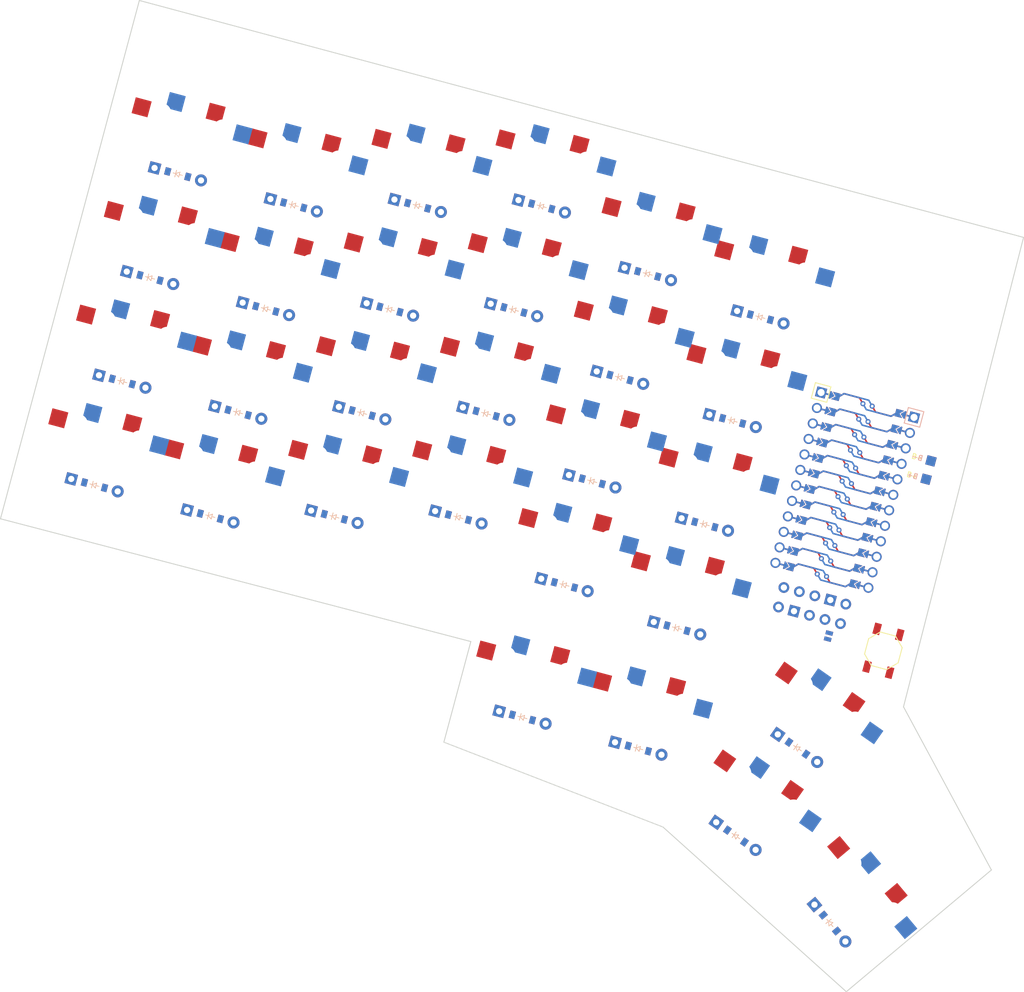
<source format=kicad_pcb>
(kicad_pcb (version 20171130) (host pcbnew 5.1.6)
  (title_block (title board) (rev v1.0.0) (company Unknown))
  (layers (0 F.Cu signal) (31 B.Cu signal) (34 B.Paste user) (35 F.Paste user) (36 B.SilkS user) (37 F.SilkS user) (38 B.Mask user) (39 F.Mask user) (44 Edge.Cuts user))
  (net 0 "")
  (net 1 "outer_bottom")
  (net 2 "P20")
  (net 3 "outer_home")
  (net 4 "outer_top")
  (net 5 "outer_num")
  (net 6 "pinky_bottom")
  (net 7 "P19")
  (net 8 "pinky_home")
  (net 9 "pinky_top")
  (net 10 "pinky_num")
  (net 11 "ring_bottom")
  (net 12 "P18")
  (net 13 "ring_home")
  (net 14 "ring_top")
  (net 15 "ring_num")
  (net 16 "middle_bottom")
  (net 17 "P15")
  (net 18 "middle_home")
  (net 19 "middle_top")
  (net 20 "middle_num")
  (net 21 "index_bottom")
  (net 22 "P14")
  (net 23 "index_home")
  (net 24 "index_top")
  (net 25 "index_num")
  (net 26 "inner_bottom")
  (net 27 "P16")
  (net 28 "inner_home")
  (net 29 "inner_top")
  (net 30 "inner_num")
  (net 31 "near1_home")
  (net 32 "near2_home")
  (net 33 "home_home")
  (net 34 "home_top")
  (net 35 "far_home")
  (net 36 "P7")
  (net 37 "P6")
  (net 38 "P5")
  (net 39 "P4")
  (net 40 "P3")
  (net 41 "RAW")
  (net 42 "GND")
  (net 43 "RST")
  (net 44 "VCC")
  (net 45 "P21")
  (net 46 "P10")
  (net 47 "P1")
  (net 48 "P0")
  (net 49 "P2")
  (net 50 "P8")
  (net 51 "P9")
  (net 52 "Bplus")
  (module PG1350 (layer F.Cu) (at 0 0 -15)
    (fp_text reference "S1" hide)
    (fp_text value "" hide)
    (pad "" np_thru_hole circle (at 0 0) (size 3.429 3.429) (drill 3.429) (layers *.Cu *.Mask))
    (pad "" np_thru_hole circle (at 5.5 0) (size 1.7018 1.7018) (drill 1.7018) (layers *.Cu *.Mask))
    (pad "" np_thru_hole circle (at -5.5 0) (size 1.7018 1.7018) (drill 1.7018) (layers *.Cu *.Mask))
    (pad "" np_thru_hole circle (at 5 -3.75) (size 3 3) (drill 3) (layers *.Cu *.Mask))
    (pad "" np_thru_hole circle (at 0 -5.95) (size 3 3) (drill 3) (layers *.Cu *.Mask))
    (pad 1 smd rect (at -3.275 -5.95 -15) (size 2.6 2.6) (layers B.Cu B.Paste B.Mask) (net 1 "outer_bottom"))
    (pad 2 smd rect (at 8.275 -3.75 -15) (size 2.6 2.6) (layers B.Cu B.Paste B.Mask) (net 2 "P20"))
    (pad "" np_thru_hole circle (at -5 -3.75) (size 3 3) (drill 3) (layers *.Cu *.Mask))
    (pad "" np_thru_hole circle (at 0 -5.95) (size 3 3) (drill 3) (layers *.Cu *.Mask))
    (pad 1 smd rect (at 3.275 -5.95 -15) (size 2.6 2.6) (layers F.Cu F.Paste F.Mask) (net 1 "outer_bottom"))
    (pad 2 smd rect (at -8.275 -3.75 -15) (size 2.6 2.6) (layers F.Cu F.Paste F.Mask) (net 2 "P20"))
  )
  (module PG1350 (layer F.Cu) (at 4.3999238 -16.4207391 -15)
    (fp_text reference "S2" hide)
    (fp_text value "" hide)
    (pad "" np_thru_hole circle (at 0 0) (size 3.429 3.429) (drill 3.429) (layers *.Cu *.Mask))
    (pad "" np_thru_hole circle (at 5.5 0) (size 1.7018 1.7018) (drill 1.7018) (layers *.Cu *.Mask))
    (pad "" np_thru_hole circle (at -5.5 0) (size 1.7018 1.7018) (drill 1.7018) (layers *.Cu *.Mask))
    (pad "" np_thru_hole circle (at 5 -3.75) (size 3 3) (drill 3) (layers *.Cu *.Mask))
    (pad "" np_thru_hole circle (at 0 -5.95) (size 3 3) (drill 3) (layers *.Cu *.Mask))
    (pad 1 smd rect (at -3.275 -5.95 -15) (size 2.6 2.6) (layers B.Cu B.Paste B.Mask) (net 3 "outer_home"))
    (pad 2 smd rect (at 8.275 -3.75 -15) (size 2.6 2.6) (layers B.Cu B.Paste B.Mask) (net 2 "P20"))
    (pad "" np_thru_hole circle (at -5 -3.75) (size 3 3) (drill 3) (layers *.Cu *.Mask))
    (pad "" np_thru_hole circle (at 0 -5.95) (size 3 3) (drill 3) (layers *.Cu *.Mask))
    (pad 1 smd rect (at 3.275 -5.95 -15) (size 2.6 2.6) (layers F.Cu F.Paste F.Mask) (net 3 "outer_home"))
    (pad 2 smd rect (at -8.275 -3.75 -15) (size 2.6 2.6) (layers F.Cu F.Paste F.Mask) (net 2 "P20"))
  )
  (module PG1350 (layer F.Cu) (at 8.7998476 -32.8414781 -15)
    (fp_text reference "S3" hide)
    (fp_text value "" hide)
    (pad "" np_thru_hole circle (at 0 0) (size 3.429 3.429) (drill 3.429) (layers *.Cu *.Mask))
    (pad "" np_thru_hole circle (at 5.5 0) (size 1.7018 1.7018) (drill 1.7018) (layers *.Cu *.Mask))
    (pad "" np_thru_hole circle (at -5.5 0) (size 1.7018 1.7018) (drill 1.7018) (layers *.Cu *.Mask))
    (pad "" np_thru_hole circle (at 5 -3.75) (size 3 3) (drill 3) (layers *.Cu *.Mask))
    (pad "" np_thru_hole circle (at 0 -5.95) (size 3 3) (drill 3) (layers *.Cu *.Mask))
    (pad 1 smd rect (at -3.275 -5.95 -15) (size 2.6 2.6) (layers B.Cu B.Paste B.Mask) (net 4 "outer_top"))
    (pad 2 smd rect (at 8.275 -3.75 -15) (size 2.6 2.6) (layers B.Cu B.Paste B.Mask) (net 2 "P20"))
    (pad "" np_thru_hole circle (at -5 -3.75) (size 3 3) (drill 3) (layers *.Cu *.Mask))
    (pad "" np_thru_hole circle (at 0 -5.95) (size 3 3) (drill 3) (layers *.Cu *.Mask))
    (pad 1 smd rect (at 3.275 -5.95 -15) (size 2.6 2.6) (layers F.Cu F.Paste F.Mask) (net 4 "outer_top"))
    (pad 2 smd rect (at -8.275 -3.75 -15) (size 2.6 2.6) (layers F.Cu F.Paste F.Mask) (net 2 "P20"))
  )
  (module PG1350 (layer F.Cu) (at 13.1997714 -49.2622172 -15)
    (fp_text reference "S4" hide)
    (fp_text value "" hide)
    (pad "" np_thru_hole circle (at 0 0) (size 3.429 3.429) (drill 3.429) (layers *.Cu *.Mask))
    (pad "" np_thru_hole circle (at 5.5 0) (size 1.7018 1.7018) (drill 1.7018) (layers *.Cu *.Mask))
    (pad "" np_thru_hole circle (at -5.5 0) (size 1.7018 1.7018) (drill 1.7018) (layers *.Cu *.Mask))
    (pad "" np_thru_hole circle (at 5 -3.75) (size 3 3) (drill 3) (layers *.Cu *.Mask))
    (pad "" np_thru_hole circle (at 0 -5.95) (size 3 3) (drill 3) (layers *.Cu *.Mask))
    (pad 1 smd rect (at -3.275 -5.95 -15) (size 2.6 2.6) (layers B.Cu B.Paste B.Mask) (net 5 "outer_num"))
    (pad 2 smd rect (at 8.275 -3.75 -15) (size 2.6 2.6) (layers B.Cu B.Paste B.Mask) (net 2 "P20"))
    (pad "" np_thru_hole circle (at -5 -3.75) (size 3 3) (drill 3) (layers *.Cu *.Mask))
    (pad "" np_thru_hole circle (at 0 -5.95) (size 3 3) (drill 3) (layers *.Cu *.Mask))
    (pad 1 smd rect (at 3.275 -5.95 -15) (size 2.6 2.6) (layers F.Cu F.Paste F.Mask) (net 5 "outer_num"))
    (pad 2 smd rect (at -8.275 -3.75 -15) (size 2.6 2.6) (layers F.Cu F.Paste F.Mask) (net 2 "P20"))
  )
  (module PG1350 (layer F.Cu) (at 18.3525907 4.9175619 -15)
    (fp_text reference "S5" hide)
    (fp_text value "" hide)
    (pad "" np_thru_hole circle (at 0 0) (size 3.429 3.429) (drill 3.429) (layers *.Cu *.Mask))
    (pad "" np_thru_hole circle (at 5.5 0) (size 1.7018 1.7018) (drill 1.7018) (layers *.Cu *.Mask))
    (pad "" np_thru_hole circle (at -5.5 0) (size 1.7018 1.7018) (drill 1.7018) (layers *.Cu *.Mask))
    (pad "" np_thru_hole circle (at 5 -3.75) (size 3 3) (drill 3) (layers *.Cu *.Mask))
    (pad "" np_thru_hole circle (at 0 -5.95) (size 3 3) (drill 3) (layers *.Cu *.Mask))
    (pad 1 smd rect (at -3.275 -5.95 -15) (size 2.6 2.6) (layers B.Cu B.Paste B.Mask) (net 6 "pinky_bottom"))
    (pad 2 smd rect (at 8.275 -3.75 -15) (size 2.6 2.6) (layers B.Cu B.Paste B.Mask) (net 7 "P19"))
    (pad "" np_thru_hole circle (at -5 -3.75) (size 3 3) (drill 3) (layers *.Cu *.Mask))
    (pad "" np_thru_hole circle (at 0 -5.95) (size 3 3) (drill 3) (layers *.Cu *.Mask))
    (pad 1 smd rect (at 3.275 -5.95 -15) (size 2.6 2.6) (layers F.Cu F.Paste F.Mask) (net 6 "pinky_bottom"))
    (pad 2 smd rect (at -8.275 -3.75 -15) (size 2.6 2.6) (layers F.Cu F.Paste F.Mask) (net 7 "P19"))
  )
  (module PG1350 (layer F.Cu) (at 22.7525145 -11.5031772 -15)
    (fp_text reference "S6" hide)
    (fp_text value "" hide)
    (pad "" np_thru_hole circle (at 0 0) (size 3.429 3.429) (drill 3.429) (layers *.Cu *.Mask))
    (pad "" np_thru_hole circle (at 5.5 0) (size 1.7018 1.7018) (drill 1.7018) (layers *.Cu *.Mask))
    (pad "" np_thru_hole circle (at -5.5 0) (size 1.7018 1.7018) (drill 1.7018) (layers *.Cu *.Mask))
    (pad "" np_thru_hole circle (at 5 -3.75) (size 3 3) (drill 3) (layers *.Cu *.Mask))
    (pad "" np_thru_hole circle (at 0 -5.95) (size 3 3) (drill 3) (layers *.Cu *.Mask))
    (pad 1 smd rect (at -3.275 -5.95 -15) (size 2.6 2.6) (layers B.Cu B.Paste B.Mask) (net 8 "pinky_home"))
    (pad 2 smd rect (at 8.275 -3.75 -15) (size 2.6 2.6) (layers B.Cu B.Paste B.Mask) (net 7 "P19"))
    (pad "" np_thru_hole circle (at -5 -3.75) (size 3 3) (drill 3) (layers *.Cu *.Mask))
    (pad "" np_thru_hole circle (at 0 -5.95) (size 3 3) (drill 3) (layers *.Cu *.Mask))
    (pad 1 smd rect (at 3.275 -5.95 -15) (size 2.6 2.6) (layers F.Cu F.Paste F.Mask) (net 8 "pinky_home"))
    (pad 2 smd rect (at -8.275 -3.75 -15) (size 2.6 2.6) (layers F.Cu F.Paste F.Mask) (net 7 "P19"))
  )
  (module PG1350 (layer F.Cu) (at 27.1524383 -27.9239163 -15)
    (fp_text reference "S7" hide)
    (fp_text value "" hide)
    (pad "" np_thru_hole circle (at 0 0) (size 3.429 3.429) (drill 3.429) (layers *.Cu *.Mask))
    (pad "" np_thru_hole circle (at 5.5 0) (size 1.7018 1.7018) (drill 1.7018) (layers *.Cu *.Mask))
    (pad "" np_thru_hole circle (at -5.5 0) (size 1.7018 1.7018) (drill 1.7018) (layers *.Cu *.Mask))
    (pad "" np_thru_hole circle (at 5 -3.75) (size 3 3) (drill 3) (layers *.Cu *.Mask))
    (pad "" np_thru_hole circle (at 0 -5.95) (size 3 3) (drill 3) (layers *.Cu *.Mask))
    (pad 1 smd rect (at -3.275 -5.95 -15) (size 2.6 2.6) (layers B.Cu B.Paste B.Mask) (net 9 "pinky_top"))
    (pad 2 smd rect (at 8.275 -3.75 -15) (size 2.6 2.6) (layers B.Cu B.Paste B.Mask) (net 7 "P19"))
    (pad "" np_thru_hole circle (at -5 -3.75) (size 3 3) (drill 3) (layers *.Cu *.Mask))
    (pad "" np_thru_hole circle (at 0 -5.95) (size 3 3) (drill 3) (layers *.Cu *.Mask))
    (pad 1 smd rect (at 3.275 -5.95 -15) (size 2.6 2.6) (layers F.Cu F.Paste F.Mask) (net 9 "pinky_top"))
    (pad 2 smd rect (at -8.275 -3.75 -15) (size 2.6 2.6) (layers F.Cu F.Paste F.Mask) (net 7 "P19"))
  )
  (module PG1350 (layer F.Cu) (at 31.5523621 -44.3446553 -15)
    (fp_text reference "S8" hide)
    (fp_text value "" hide)
    (pad "" np_thru_hole circle (at 0 0) (size 3.429 3.429) (drill 3.429) (layers *.Cu *.Mask))
    (pad "" np_thru_hole circle (at 5.5 0) (size 1.7018 1.7018) (drill 1.7018) (layers *.Cu *.Mask))
    (pad "" np_thru_hole circle (at -5.5 0) (size 1.7018 1.7018) (drill 1.7018) (layers *.Cu *.Mask))
    (pad "" np_thru_hole circle (at 5 -3.75) (size 3 3) (drill 3) (layers *.Cu *.Mask))
    (pad "" np_thru_hole circle (at 0 -5.95) (size 3 3) (drill 3) (layers *.Cu *.Mask))
    (pad 1 smd rect (at -3.275 -5.95 -15) (size 2.6 2.6) (layers B.Cu B.Paste B.Mask) (net 10 "pinky_num"))
    (pad 2 smd rect (at 8.275 -3.75 -15) (size 2.6 2.6) (layers B.Cu B.Paste B.Mask) (net 7 "P19"))
    (pad "" np_thru_hole circle (at -5 -3.75) (size 3 3) (drill 3) (layers *.Cu *.Mask))
    (pad "" np_thru_hole circle (at 0 -5.95) (size 3 3) (drill 3) (layers *.Cu *.Mask))
    (pad 1 smd rect (at 3.275 -5.95 -15) (size 2.6 2.6) (layers F.Cu F.Paste F.Mask) (net 10 "pinky_num"))
    (pad 2 smd rect (at -8.275 -3.75 -15) (size 2.6 2.6) (layers F.Cu F.Paste F.Mask) (net 7 "P19"))
  )
  (module PG1350 (layer F.Cu) (at 37.9992766 5.0054946 -15)
    (fp_text reference "S9" hide)
    (fp_text value "" hide)
    (pad "" np_thru_hole circle (at 0 0) (size 3.429 3.429) (drill 3.429) (layers *.Cu *.Mask))
    (pad "" np_thru_hole circle (at 5.5 0) (size 1.7018 1.7018) (drill 1.7018) (layers *.Cu *.Mask))
    (pad "" np_thru_hole circle (at -5.5 0) (size 1.7018 1.7018) (drill 1.7018) (layers *.Cu *.Mask))
    (pad "" np_thru_hole circle (at 5 -3.75) (size 3 3) (drill 3) (layers *.Cu *.Mask))
    (pad "" np_thru_hole circle (at 0 -5.95) (size 3 3) (drill 3) (layers *.Cu *.Mask))
    (pad 1 smd rect (at -3.275 -5.95 -15) (size 2.6 2.6) (layers B.Cu B.Paste B.Mask) (net 11 "ring_bottom"))
    (pad 2 smd rect (at 8.275 -3.75 -15) (size 2.6 2.6) (layers B.Cu B.Paste B.Mask) (net 12 "P18"))
    (pad "" np_thru_hole circle (at -5 -3.75) (size 3 3) (drill 3) (layers *.Cu *.Mask))
    (pad "" np_thru_hole circle (at 0 -5.95) (size 3 3) (drill 3) (layers *.Cu *.Mask))
    (pad 1 smd rect (at 3.275 -5.95 -15) (size 2.6 2.6) (layers F.Cu F.Paste F.Mask) (net 11 "ring_bottom"))
    (pad 2 smd rect (at -8.275 -3.75 -15) (size 2.6 2.6) (layers F.Cu F.Paste F.Mask) (net 12 "P18"))
  )
  (module PG1350 (layer F.Cu) (at 42.3992004 -11.4152445 -15)
    (fp_text reference "S10" hide)
    (fp_text value "" hide)
    (pad "" np_thru_hole circle (at 0 0) (size 3.429 3.429) (drill 3.429) (layers *.Cu *.Mask))
    (pad "" np_thru_hole circle (at 5.5 0) (size 1.7018 1.7018) (drill 1.7018) (layers *.Cu *.Mask))
    (pad "" np_thru_hole circle (at -5.5 0) (size 1.7018 1.7018) (drill 1.7018) (layers *.Cu *.Mask))
    (pad "" np_thru_hole circle (at 5 -3.75) (size 3 3) (drill 3) (layers *.Cu *.Mask))
    (pad "" np_thru_hole circle (at 0 -5.95) (size 3 3) (drill 3) (layers *.Cu *.Mask))
    (pad 1 smd rect (at -3.275 -5.95 -15) (size 2.6 2.6) (layers B.Cu B.Paste B.Mask) (net 13 "ring_home"))
    (pad 2 smd rect (at 8.275 -3.75 -15) (size 2.6 2.6) (layers B.Cu B.Paste B.Mask) (net 12 "P18"))
    (pad "" np_thru_hole circle (at -5 -3.75) (size 3 3) (drill 3) (layers *.Cu *.Mask))
    (pad "" np_thru_hole circle (at 0 -5.95) (size 3 3) (drill 3) (layers *.Cu *.Mask))
    (pad 1 smd rect (at 3.275 -5.95 -15) (size 2.6 2.6) (layers F.Cu F.Paste F.Mask) (net 13 "ring_home"))
    (pad 2 smd rect (at -8.275 -3.75 -15) (size 2.6 2.6) (layers F.Cu F.Paste F.Mask) (net 12 "P18"))
  )
  (module PG1350 (layer F.Cu) (at 46.7991242 -27.8359835 -15)
    (fp_text reference "S11" hide)
    (fp_text value "" hide)
    (pad "" np_thru_hole circle (at 0 0) (size 3.429 3.429) (drill 3.429) (layers *.Cu *.Mask))
    (pad "" np_thru_hole circle (at 5.5 0) (size 1.7018 1.7018) (drill 1.7018) (layers *.Cu *.Mask))
    (pad "" np_thru_hole circle (at -5.5 0) (size 1.7018 1.7018) (drill 1.7018) (layers *.Cu *.Mask))
    (pad "" np_thru_hole circle (at 5 -3.75) (size 3 3) (drill 3) (layers *.Cu *.Mask))
    (pad "" np_thru_hole circle (at 0 -5.95) (size 3 3) (drill 3) (layers *.Cu *.Mask))
    (pad 1 smd rect (at -3.275 -5.95 -15) (size 2.6 2.6) (layers B.Cu B.Paste B.Mask) (net 14 "ring_top"))
    (pad 2 smd rect (at 8.275 -3.75 -15) (size 2.6 2.6) (layers B.Cu B.Paste B.Mask) (net 12 "P18"))
    (pad "" np_thru_hole circle (at -5 -3.75) (size 3 3) (drill 3) (layers *.Cu *.Mask))
    (pad "" np_thru_hole circle (at 0 -5.95) (size 3 3) (drill 3) (layers *.Cu *.Mask))
    (pad 1 smd rect (at 3.275 -5.95 -15) (size 2.6 2.6) (layers F.Cu F.Paste F.Mask) (net 14 "ring_top"))
    (pad 2 smd rect (at -8.275 -3.75 -15) (size 2.6 2.6) (layers F.Cu F.Paste F.Mask) (net 12 "P18"))
  )
  (module PG1350 (layer F.Cu) (at 51.199048 -44.2567226 -15)
    (fp_text reference "S12" hide)
    (fp_text value "" hide)
    (pad "" np_thru_hole circle (at 0 0) (size 3.429 3.429) (drill 3.429) (layers *.Cu *.Mask))
    (pad "" np_thru_hole circle (at 5.5 0) (size 1.7018 1.7018) (drill 1.7018) (layers *.Cu *.Mask))
    (pad "" np_thru_hole circle (at -5.5 0) (size 1.7018 1.7018) (drill 1.7018) (layers *.Cu *.Mask))
    (pad "" np_thru_hole circle (at 5 -3.75) (size 3 3) (drill 3) (layers *.Cu *.Mask))
    (pad "" np_thru_hole circle (at 0 -5.95) (size 3 3) (drill 3) (layers *.Cu *.Mask))
    (pad 1 smd rect (at -3.275 -5.95 -15) (size 2.6 2.6) (layers B.Cu B.Paste B.Mask) (net 15 "ring_num"))
    (pad 2 smd rect (at 8.275 -3.75 -15) (size 2.6 2.6) (layers B.Cu B.Paste B.Mask) (net 12 "P18"))
    (pad "" np_thru_hole circle (at -5 -3.75) (size 3 3) (drill 3) (layers *.Cu *.Mask))
    (pad "" np_thru_hole circle (at 0 -5.95) (size 3 3) (drill 3) (layers *.Cu *.Mask))
    (pad 1 smd rect (at 3.275 -5.95 -15) (size 2.6 2.6) (layers F.Cu F.Paste F.Mask) (net 15 "ring_num"))
    (pad 2 smd rect (at -8.275 -3.75 -15) (size 2.6 2.6) (layers F.Cu F.Paste F.Mask) (net 12 "P18"))
  )
  (module PG1350 (layer F.Cu) (at 57.6459626 5.0934273 -15)
    (fp_text reference "S13" hide)
    (fp_text value "" hide)
    (pad "" np_thru_hole circle (at 0 0) (size 3.429 3.429) (drill 3.429) (layers *.Cu *.Mask))
    (pad "" np_thru_hole circle (at 5.5 0) (size 1.7018 1.7018) (drill 1.7018) (layers *.Cu *.Mask))
    (pad "" np_thru_hole circle (at -5.5 0) (size 1.7018 1.7018) (drill 1.7018) (layers *.Cu *.Mask))
    (pad "" np_thru_hole circle (at 5 -3.75) (size 3 3) (drill 3) (layers *.Cu *.Mask))
    (pad "" np_thru_hole circle (at 0 -5.95) (size 3 3) (drill 3) (layers *.Cu *.Mask))
    (pad 1 smd rect (at -3.275 -5.95 -15) (size 2.6 2.6) (layers B.Cu B.Paste B.Mask) (net 16 "middle_bottom"))
    (pad 2 smd rect (at 8.275 -3.75 -15) (size 2.6 2.6) (layers B.Cu B.Paste B.Mask) (net 17 "P15"))
    (pad "" np_thru_hole circle (at -5 -3.75) (size 3 3) (drill 3) (layers *.Cu *.Mask))
    (pad "" np_thru_hole circle (at 0 -5.95) (size 3 3) (drill 3) (layers *.Cu *.Mask))
    (pad 1 smd rect (at 3.275 -5.95 -15) (size 2.6 2.6) (layers F.Cu F.Paste F.Mask) (net 16 "middle_bottom"))
    (pad 2 smd rect (at -8.275 -3.75 -15) (size 2.6 2.6) (layers F.Cu F.Paste F.Mask) (net 17 "P15"))
  )
  (module PG1350 (layer F.Cu) (at 62.0458864 -11.3273117 -15)
    (fp_text reference "S14" hide)
    (fp_text value "" hide)
    (pad "" np_thru_hole circle (at 0 0) (size 3.429 3.429) (drill 3.429) (layers *.Cu *.Mask))
    (pad "" np_thru_hole circle (at 5.5 0) (size 1.7018 1.7018) (drill 1.7018) (layers *.Cu *.Mask))
    (pad "" np_thru_hole circle (at -5.5 0) (size 1.7018 1.7018) (drill 1.7018) (layers *.Cu *.Mask))
    (pad "" np_thru_hole circle (at 5 -3.75) (size 3 3) (drill 3) (layers *.Cu *.Mask))
    (pad "" np_thru_hole circle (at 0 -5.95) (size 3 3) (drill 3) (layers *.Cu *.Mask))
    (pad 1 smd rect (at -3.275 -5.95 -15) (size 2.6 2.6) (layers B.Cu B.Paste B.Mask) (net 18 "middle_home"))
    (pad 2 smd rect (at 8.275 -3.75 -15) (size 2.6 2.6) (layers B.Cu B.Paste B.Mask) (net 17 "P15"))
    (pad "" np_thru_hole circle (at -5 -3.75) (size 3 3) (drill 3) (layers *.Cu *.Mask))
    (pad "" np_thru_hole circle (at 0 -5.95) (size 3 3) (drill 3) (layers *.Cu *.Mask))
    (pad 1 smd rect (at 3.275 -5.95 -15) (size 2.6 2.6) (layers F.Cu F.Paste F.Mask) (net 18 "middle_home"))
    (pad 2 smd rect (at -8.275 -3.75 -15) (size 2.6 2.6) (layers F.Cu F.Paste F.Mask) (net 17 "P15"))
  )
  (module PG1350 (layer F.Cu) (at 66.4458102 -27.7480508 -15)
    (fp_text reference "S15" hide)
    (fp_text value "" hide)
    (pad "" np_thru_hole circle (at 0 0) (size 3.429 3.429) (drill 3.429) (layers *.Cu *.Mask))
    (pad "" np_thru_hole circle (at 5.5 0) (size 1.7018 1.7018) (drill 1.7018) (layers *.Cu *.Mask))
    (pad "" np_thru_hole circle (at -5.5 0) (size 1.7018 1.7018) (drill 1.7018) (layers *.Cu *.Mask))
    (pad "" np_thru_hole circle (at 5 -3.75) (size 3 3) (drill 3) (layers *.Cu *.Mask))
    (pad "" np_thru_hole circle (at 0 -5.95) (size 3 3) (drill 3) (layers *.Cu *.Mask))
    (pad 1 smd rect (at -3.275 -5.95 -15) (size 2.6 2.6) (layers B.Cu B.Paste B.Mask) (net 19 "middle_top"))
    (pad 2 smd rect (at 8.275 -3.75 -15) (size 2.6 2.6) (layers B.Cu B.Paste B.Mask) (net 17 "P15"))
    (pad "" np_thru_hole circle (at -5 -3.75) (size 3 3) (drill 3) (layers *.Cu *.Mask))
    (pad "" np_thru_hole circle (at 0 -5.95) (size 3 3) (drill 3) (layers *.Cu *.Mask))
    (pad 1 smd rect (at 3.275 -5.95 -15) (size 2.6 2.6) (layers F.Cu F.Paste F.Mask) (net 19 "middle_top"))
    (pad 2 smd rect (at -8.275 -3.75 -15) (size 2.6 2.6) (layers F.Cu F.Paste F.Mask) (net 17 "P15"))
  )
  (module PG1350 (layer F.Cu) (at 70.845734 -44.1687899 -15)
    (fp_text reference "S16" hide)
    (fp_text value "" hide)
    (pad "" np_thru_hole circle (at 0 0) (size 3.429 3.429) (drill 3.429) (layers *.Cu *.Mask))
    (pad "" np_thru_hole circle (at 5.5 0) (size 1.7018 1.7018) (drill 1.7018) (layers *.Cu *.Mask))
    (pad "" np_thru_hole circle (at -5.5 0) (size 1.7018 1.7018) (drill 1.7018) (layers *.Cu *.Mask))
    (pad "" np_thru_hole circle (at 5 -3.75) (size 3 3) (drill 3) (layers *.Cu *.Mask))
    (pad "" np_thru_hole circle (at 0 -5.95) (size 3 3) (drill 3) (layers *.Cu *.Mask))
    (pad 1 smd rect (at -3.275 -5.95 -15) (size 2.6 2.6) (layers B.Cu B.Paste B.Mask) (net 20 "middle_num"))
    (pad 2 smd rect (at 8.275 -3.75 -15) (size 2.6 2.6) (layers B.Cu B.Paste B.Mask) (net 17 "P15"))
    (pad "" np_thru_hole circle (at -5 -3.75) (size 3 3) (drill 3) (layers *.Cu *.Mask))
    (pad "" np_thru_hole circle (at 0 -5.95) (size 3 3) (drill 3) (layers *.Cu *.Mask))
    (pad 1 smd rect (at 3.275 -5.95 -15) (size 2.6 2.6) (layers F.Cu F.Paste F.Mask) (net 20 "middle_num"))
    (pad 2 smd rect (at -8.275 -3.75 -15) (size 2.6 2.6) (layers F.Cu F.Paste F.Mask) (net 17 "P15"))
  )
  (module PG1350 (layer F.Cu) (at 74.445639 15.8065442 -15)
    (fp_text reference "S17" hide)
    (fp_text value "" hide)
    (pad "" np_thru_hole circle (at 0 0) (size 3.429 3.429) (drill 3.429) (layers *.Cu *.Mask))
    (pad "" np_thru_hole circle (at 5.5 0) (size 1.7018 1.7018) (drill 1.7018) (layers *.Cu *.Mask))
    (pad "" np_thru_hole circle (at -5.5 0) (size 1.7018 1.7018) (drill 1.7018) (layers *.Cu *.Mask))
    (pad "" np_thru_hole circle (at 5 -3.75) (size 3 3) (drill 3) (layers *.Cu *.Mask))
    (pad "" np_thru_hole circle (at 0 -5.95) (size 3 3) (drill 3) (layers *.Cu *.Mask))
    (pad 1 smd rect (at -3.275 -5.95 -15) (size 2.6 2.6) (layers B.Cu B.Paste B.Mask) (net 21 "index_bottom"))
    (pad 2 smd rect (at 8.275 -3.75 -15) (size 2.6 2.6) (layers B.Cu B.Paste B.Mask) (net 22 "P14"))
    (pad "" np_thru_hole circle (at -5 -3.75) (size 3 3) (drill 3) (layers *.Cu *.Mask))
    (pad "" np_thru_hole circle (at 0 -5.95) (size 3 3) (drill 3) (layers *.Cu *.Mask))
    (pad 1 smd rect (at 3.275 -5.95 -15) (size 2.6 2.6) (layers F.Cu F.Paste F.Mask) (net 21 "index_bottom"))
    (pad 2 smd rect (at -8.275 -3.75 -15) (size 2.6 2.6) (layers F.Cu F.Paste F.Mask) (net 22 "P14"))
  )
  (module PG1350 (layer F.Cu) (at 78.8455628 -0.6141949 -15)
    (fp_text reference "S18" hide)
    (fp_text value "" hide)
    (pad "" np_thru_hole circle (at 0 0) (size 3.429 3.429) (drill 3.429) (layers *.Cu *.Mask))
    (pad "" np_thru_hole circle (at 5.5 0) (size 1.7018 1.7018) (drill 1.7018) (layers *.Cu *.Mask))
    (pad "" np_thru_hole circle (at -5.5 0) (size 1.7018 1.7018) (drill 1.7018) (layers *.Cu *.Mask))
    (pad "" np_thru_hole circle (at 5 -3.75) (size 3 3) (drill 3) (layers *.Cu *.Mask))
    (pad "" np_thru_hole circle (at 0 -5.95) (size 3 3) (drill 3) (layers *.Cu *.Mask))
    (pad 1 smd rect (at -3.275 -5.95 -15) (size 2.6 2.6) (layers B.Cu B.Paste B.Mask) (net 23 "index_home"))
    (pad 2 smd rect (at 8.275 -3.75 -15) (size 2.6 2.6) (layers B.Cu B.Paste B.Mask) (net 22 "P14"))
    (pad "" np_thru_hole circle (at -5 -3.75) (size 3 3) (drill 3) (layers *.Cu *.Mask))
    (pad "" np_thru_hole circle (at 0 -5.95) (size 3 3) (drill 3) (layers *.Cu *.Mask))
    (pad 1 smd rect (at 3.275 -5.95 -15) (size 2.6 2.6) (layers F.Cu F.Paste F.Mask) (net 23 "index_home"))
    (pad 2 smd rect (at -8.275 -3.75 -15) (size 2.6 2.6) (layers F.Cu F.Paste F.Mask) (net 22 "P14"))
  )
  (module PG1350 (layer F.Cu) (at 83.2454866 -17.034934 -15)
    (fp_text reference "S19" hide)
    (fp_text value "" hide)
    (pad "" np_thru_hole circle (at 0 0) (size 3.429 3.429) (drill 3.429) (layers *.Cu *.Mask))
    (pad "" np_thru_hole circle (at 5.5 0) (size 1.7018 1.7018) (drill 1.7018) (layers *.Cu *.Mask))
    (pad "" np_thru_hole circle (at -5.5 0) (size 1.7018 1.7018) (drill 1.7018) (layers *.Cu *.Mask))
    (pad "" np_thru_hole circle (at 5 -3.75) (size 3 3) (drill 3) (layers *.Cu *.Mask))
    (pad "" np_thru_hole circle (at 0 -5.95) (size 3 3) (drill 3) (layers *.Cu *.Mask))
    (pad 1 smd rect (at -3.275 -5.95 -15) (size 2.6 2.6) (layers B.Cu B.Paste B.Mask) (net 24 "index_top"))
    (pad 2 smd rect (at 8.275 -3.75 -15) (size 2.6 2.6) (layers B.Cu B.Paste B.Mask) (net 22 "P14"))
    (pad "" np_thru_hole circle (at -5 -3.75) (size 3 3) (drill 3) (layers *.Cu *.Mask))
    (pad "" np_thru_hole circle (at 0 -5.95) (size 3 3) (drill 3) (layers *.Cu *.Mask))
    (pad 1 smd rect (at 3.275 -5.95 -15) (size 2.6 2.6) (layers F.Cu F.Paste F.Mask) (net 24 "index_top"))
    (pad 2 smd rect (at -8.275 -3.75 -15) (size 2.6 2.6) (layers F.Cu F.Paste F.Mask) (net 22 "P14"))
  )
  (module PG1350 (layer F.Cu) (at 87.6454104 -33.455673 -15)
    (fp_text reference "S20" hide)
    (fp_text value "" hide)
    (pad "" np_thru_hole circle (at 0 0) (size 3.429 3.429) (drill 3.429) (layers *.Cu *.Mask))
    (pad "" np_thru_hole circle (at 5.5 0) (size 1.7018 1.7018) (drill 1.7018) (layers *.Cu *.Mask))
    (pad "" np_thru_hole circle (at -5.5 0) (size 1.7018 1.7018) (drill 1.7018) (layers *.Cu *.Mask))
    (pad "" np_thru_hole circle (at 5 -3.75) (size 3 3) (drill 3) (layers *.Cu *.Mask))
    (pad "" np_thru_hole circle (at 0 -5.95) (size 3 3) (drill 3) (layers *.Cu *.Mask))
    (pad 1 smd rect (at -3.275 -5.95 -15) (size 2.6 2.6) (layers B.Cu B.Paste B.Mask) (net 25 "index_num"))
    (pad 2 smd rect (at 8.275 -3.75 -15) (size 2.6 2.6) (layers B.Cu B.Paste B.Mask) (net 22 "P14"))
    (pad "" np_thru_hole circle (at -5 -3.75) (size 3 3) (drill 3) (layers *.Cu *.Mask))
    (pad "" np_thru_hole circle (at 0 -5.95) (size 3 3) (drill 3) (layers *.Cu *.Mask))
    (pad 1 smd rect (at 3.275 -5.95 -15) (size 2.6 2.6) (layers F.Cu F.Paste F.Mask) (net 25 "index_num"))
    (pad 2 smd rect (at -8.275 -3.75 -15) (size 2.6 2.6) (layers F.Cu F.Paste F.Mask) (net 22 "P14"))
  )
  (module PG1350 (layer F.Cu) (at 92.2805916 22.6559576 -15)
    (fp_text reference "S21" hide)
    (fp_text value "" hide)
    (pad "" np_thru_hole circle (at 0 0) (size 3.429 3.429) (drill 3.429) (layers *.Cu *.Mask))
    (pad "" np_thru_hole circle (at 5.5 0) (size 1.7018 1.7018) (drill 1.7018) (layers *.Cu *.Mask))
    (pad "" np_thru_hole circle (at -5.5 0) (size 1.7018 1.7018) (drill 1.7018) (layers *.Cu *.Mask))
    (pad "" np_thru_hole circle (at 5 -3.75) (size 3 3) (drill 3) (layers *.Cu *.Mask))
    (pad "" np_thru_hole circle (at 0 -5.95) (size 3 3) (drill 3) (layers *.Cu *.Mask))
    (pad 1 smd rect (at -3.275 -5.95 -15) (size 2.6 2.6) (layers B.Cu B.Paste B.Mask) (net 26 "inner_bottom"))
    (pad 2 smd rect (at 8.275 -3.75 -15) (size 2.6 2.6) (layers B.Cu B.Paste B.Mask) (net 27 "P16"))
    (pad "" np_thru_hole circle (at -5 -3.75) (size 3 3) (drill 3) (layers *.Cu *.Mask))
    (pad "" np_thru_hole circle (at 0 -5.95) (size 3 3) (drill 3) (layers *.Cu *.Mask))
    (pad 1 smd rect (at 3.275 -5.95 -15) (size 2.6 2.6) (layers F.Cu F.Paste F.Mask) (net 26 "inner_bottom"))
    (pad 2 smd rect (at -8.275 -3.75 -15) (size 2.6 2.6) (layers F.Cu F.Paste F.Mask) (net 27 "P16"))
  )
  (module PG1350 (layer F.Cu) (at 96.6805154 6.2352185 -15)
    (fp_text reference "S22" hide)
    (fp_text value "" hide)
    (pad "" np_thru_hole circle (at 0 0) (size 3.429 3.429) (drill 3.429) (layers *.Cu *.Mask))
    (pad "" np_thru_hole circle (at 5.5 0) (size 1.7018 1.7018) (drill 1.7018) (layers *.Cu *.Mask))
    (pad "" np_thru_hole circle (at -5.5 0) (size 1.7018 1.7018) (drill 1.7018) (layers *.Cu *.Mask))
    (pad "" np_thru_hole circle (at 5 -3.75) (size 3 3) (drill 3) (layers *.Cu *.Mask))
    (pad "" np_thru_hole circle (at 0 -5.95) (size 3 3) (drill 3) (layers *.Cu *.Mask))
    (pad 1 smd rect (at -3.275 -5.95 -15) (size 2.6 2.6) (layers B.Cu B.Paste B.Mask) (net 28 "inner_home"))
    (pad 2 smd rect (at 8.275 -3.75 -15) (size 2.6 2.6) (layers B.Cu B.Paste B.Mask) (net 27 "P16"))
    (pad "" np_thru_hole circle (at -5 -3.75) (size 3 3) (drill 3) (layers *.Cu *.Mask))
    (pad "" np_thru_hole circle (at 0 -5.95) (size 3 3) (drill 3) (layers *.Cu *.Mask))
    (pad 1 smd rect (at 3.275 -5.95 -15) (size 2.6 2.6) (layers F.Cu F.Paste F.Mask) (net 28 "inner_home"))
    (pad 2 smd rect (at -8.275 -3.75 -15) (size 2.6 2.6) (layers F.Cu F.Paste F.Mask) (net 27 "P16"))
  )
  (module PG1350 (layer F.Cu) (at 101.0804392 -10.1855206 -15)
    (fp_text reference "S23" hide)
    (fp_text value "" hide)
    (pad "" np_thru_hole circle (at 0 0) (size 3.429 3.429) (drill 3.429) (layers *.Cu *.Mask))
    (pad "" np_thru_hole circle (at 5.5 0) (size 1.7018 1.7018) (drill 1.7018) (layers *.Cu *.Mask))
    (pad "" np_thru_hole circle (at -5.5 0) (size 1.7018 1.7018) (drill 1.7018) (layers *.Cu *.Mask))
    (pad "" np_thru_hole circle (at 5 -3.75) (size 3 3) (drill 3) (layers *.Cu *.Mask))
    (pad "" np_thru_hole circle (at 0 -5.95) (size 3 3) (drill 3) (layers *.Cu *.Mask))
    (pad 1 smd rect (at -3.275 -5.95 -15) (size 2.6 2.6) (layers B.Cu B.Paste B.Mask) (net 29 "inner_top"))
    (pad 2 smd rect (at 8.275 -3.75 -15) (size 2.6 2.6) (layers B.Cu B.Paste B.Mask) (net 27 "P16"))
    (pad "" np_thru_hole circle (at -5 -3.75) (size 3 3) (drill 3) (layers *.Cu *.Mask))
    (pad "" np_thru_hole circle (at 0 -5.95) (size 3 3) (drill 3) (layers *.Cu *.Mask))
    (pad 1 smd rect (at 3.275 -5.95 -15) (size 2.6 2.6) (layers F.Cu F.Paste F.Mask) (net 29 "inner_top"))
    (pad 2 smd rect (at -8.275 -3.75 -15) (size 2.6 2.6) (layers F.Cu F.Paste F.Mask) (net 27 "P16"))
  )
  (module PG1350 (layer F.Cu) (at 105.480363 -26.6062596 -15)
    (fp_text reference "S24" hide)
    (fp_text value "" hide)
    (pad "" np_thru_hole circle (at 0 0) (size 3.429 3.429) (drill 3.429) (layers *.Cu *.Mask))
    (pad "" np_thru_hole circle (at 5.5 0) (size 1.7018 1.7018) (drill 1.7018) (layers *.Cu *.Mask))
    (pad "" np_thru_hole circle (at -5.5 0) (size 1.7018 1.7018) (drill 1.7018) (layers *.Cu *.Mask))
    (pad "" np_thru_hole circle (at 5 -3.75) (size 3 3) (drill 3) (layers *.Cu *.Mask))
    (pad "" np_thru_hole circle (at 0 -5.95) (size 3 3) (drill 3) (layers *.Cu *.Mask))
    (pad 1 smd rect (at -3.275 -5.95 -15) (size 2.6 2.6) (layers B.Cu B.Paste B.Mask) (net 30 "inner_num"))
    (pad 2 smd rect (at 8.275 -3.75 -15) (size 2.6 2.6) (layers B.Cu B.Paste B.Mask) (net 27 "P16"))
    (pad "" np_thru_hole circle (at -5 -3.75) (size 3 3) (drill 3) (layers *.Cu *.Mask))
    (pad "" np_thru_hole circle (at 0 -5.95) (size 3 3) (drill 3) (layers *.Cu *.Mask))
    (pad 1 smd rect (at 3.275 -5.95 -15) (size 2.6 2.6) (layers F.Cu F.Paste F.Mask) (net 30 "inner_num"))
    (pad 2 smd rect (at -8.275 -3.75 -15) (size 2.6 2.6) (layers F.Cu F.Paste F.Mask) (net 27 "P16"))
  )
  (module PG1350 (layer F.Cu) (at 67.7856942 36.7980932 -15)
    (fp_text reference "S25" hide)
    (fp_text value "" hide)
    (pad "" np_thru_hole circle (at 0 0) (size 3.429 3.429) (drill 3.429) (layers *.Cu *.Mask))
    (pad "" np_thru_hole circle (at 5.5 0) (size 1.7018 1.7018) (drill 1.7018) (layers *.Cu *.Mask))
    (pad "" np_thru_hole circle (at -5.5 0) (size 1.7018 1.7018) (drill 1.7018) (layers *.Cu *.Mask))
    (pad "" np_thru_hole circle (at 5 -3.75) (size 3 3) (drill 3) (layers *.Cu *.Mask))
    (pad "" np_thru_hole circle (at 0 -5.95) (size 3 3) (drill 3) (layers *.Cu *.Mask))
    (pad 1 smd rect (at -3.275 -5.95 -15) (size 2.6 2.6) (layers B.Cu B.Paste B.Mask) (net 31 "near1_home"))
    (pad 2 smd rect (at 8.275 -3.75 -15) (size 2.6 2.6) (layers B.Cu B.Paste B.Mask) (net 2 "P20"))
    (pad "" np_thru_hole circle (at -5 -3.75) (size 3 3) (drill 3) (layers *.Cu *.Mask))
    (pad "" np_thru_hole circle (at 0 -5.95) (size 3 3) (drill 3) (layers *.Cu *.Mask))
    (pad 1 smd rect (at 3.275 -5.95 -15) (size 2.6 2.6) (layers F.Cu F.Paste F.Mask) (net 31 "near1_home"))
    (pad 2 smd rect (at -8.275 -3.75 -15) (size 2.6 2.6) (layers F.Cu F.Paste F.Mask) (net 2 "P20"))
  )
  (module PG1350 (layer F.Cu) (at 86.1382849 41.7156551 -15)
    (fp_text reference "S26" hide)
    (fp_text value "" hide)
    (pad "" np_thru_hole circle (at 0 0) (size 3.429 3.429) (drill 3.429) (layers *.Cu *.Mask))
    (pad "" np_thru_hole circle (at 5.5 0) (size 1.7018 1.7018) (drill 1.7018) (layers *.Cu *.Mask))
    (pad "" np_thru_hole circle (at -5.5 0) (size 1.7018 1.7018) (drill 1.7018) (layers *.Cu *.Mask))
    (pad "" np_thru_hole circle (at 5 -3.75) (size 3 3) (drill 3) (layers *.Cu *.Mask))
    (pad "" np_thru_hole circle (at 0 -5.95) (size 3 3) (drill 3) (layers *.Cu *.Mask))
    (pad 1 smd rect (at -3.275 -5.95 -15) (size 2.6 2.6) (layers B.Cu B.Paste B.Mask) (net 32 "near2_home"))
    (pad 2 smd rect (at 8.275 -3.75 -15) (size 2.6 2.6) (layers B.Cu B.Paste B.Mask) (net 7 "P19"))
    (pad "" np_thru_hole circle (at -5 -3.75) (size 3 3) (drill 3) (layers *.Cu *.Mask))
    (pad "" np_thru_hole circle (at 0 -5.95) (size 3 3) (drill 3) (layers *.Cu *.Mask))
    (pad 1 smd rect (at 3.275 -5.95 -15) (size 2.6 2.6) (layers F.Cu F.Paste F.Mask) (net 32 "near2_home"))
    (pad 2 smd rect (at -8.275 -3.75 -15) (size 2.6 2.6) (layers F.Cu F.Paste F.Mask) (net 7 "P19"))
  )
  (module PG1350 (layer F.Cu) (at 103.1840575 56.3223143 -35)
    (fp_text reference "S27" hide)
    (fp_text value "" hide)
    (pad "" np_thru_hole circle (at 0 0) (size 3.429 3.429) (drill 3.429) (layers *.Cu *.Mask))
    (pad "" np_thru_hole circle (at 5.5 0) (size 1.7018 1.7018) (drill 1.7018) (layers *.Cu *.Mask))
    (pad "" np_thru_hole circle (at -5.5 0) (size 1.7018 1.7018) (drill 1.7018) (layers *.Cu *.Mask))
    (pad "" np_thru_hole circle (at 5 -3.75) (size 3 3) (drill 3) (layers *.Cu *.Mask))
    (pad "" np_thru_hole circle (at 0 -5.95) (size 3 3) (drill 3) (layers *.Cu *.Mask))
    (pad 1 smd rect (at -3.275 -5.95 -35) (size 2.6 2.6) (layers B.Cu B.Paste B.Mask) (net 33 "home_home"))
    (pad 2 smd rect (at 8.275 -3.75 -35) (size 2.6 2.6) (layers B.Cu B.Paste B.Mask) (net 12 "P18"))
    (pad "" np_thru_hole circle (at -5 -3.75) (size 3 3) (drill 3) (layers *.Cu *.Mask))
    (pad "" np_thru_hole circle (at 0 -5.95) (size 3 3) (drill 3) (layers *.Cu *.Mask))
    (pad 1 smd rect (at 3.275 -5.95 -35) (size 2.6 2.6) (layers F.Cu F.Paste F.Mask) (net 33 "home_home"))
    (pad 2 smd rect (at -8.275 -3.75 -35) (size 2.6 2.6) (layers F.Cu F.Paste F.Mask) (net 12 "P18"))
  )
  (module PG1350 (layer F.Cu) (at 112.9348569 42.3967296 -35)
    (fp_text reference "S28" hide)
    (fp_text value "" hide)
    (pad "" np_thru_hole circle (at 0 0) (size 3.429 3.429) (drill 3.429) (layers *.Cu *.Mask))
    (pad "" np_thru_hole circle (at 5.5 0) (size 1.7018 1.7018) (drill 1.7018) (layers *.Cu *.Mask))
    (pad "" np_thru_hole circle (at -5.5 0) (size 1.7018 1.7018) (drill 1.7018) (layers *.Cu *.Mask))
    (pad "" np_thru_hole circle (at 5 -3.75) (size 3 3) (drill 3) (layers *.Cu *.Mask))
    (pad "" np_thru_hole circle (at 0 -5.95) (size 3 3) (drill 3) (layers *.Cu *.Mask))
    (pad 1 smd rect (at -3.275 -5.95 -35) (size 2.6 2.6) (layers B.Cu B.Paste B.Mask) (net 34 "home_top"))
    (pad 2 smd rect (at 8.275 -3.75 -35) (size 2.6 2.6) (layers B.Cu B.Paste B.Mask) (net 17 "P15"))
    (pad "" np_thru_hole circle (at -5 -3.75) (size 3 3) (drill 3) (layers *.Cu *.Mask))
    (pad "" np_thru_hole circle (at 0 -5.95) (size 3 3) (drill 3) (layers *.Cu *.Mask))
    (pad 1 smd rect (at 3.275 -5.95 -35) (size 2.6 2.6) (layers F.Cu F.Paste F.Mask) (net 34 "home_top"))
    (pad 2 smd rect (at -8.275 -3.75 -35) (size 2.6 2.6) (layers F.Cu F.Paste F.Mask) (net 17 "P15"))
  )
  (module PG1350 (layer F.Cu) (at 119.0359657 70.9806905 -50)
    (fp_text reference "S29" hide)
    (fp_text value "" hide)
    (pad "" np_thru_hole circle (at 0 0) (size 3.429 3.429) (drill 3.429) (layers *.Cu *.Mask))
    (pad "" np_thru_hole circle (at 5.5 0) (size 1.7018 1.7018) (drill 1.7018) (layers *.Cu *.Mask))
    (pad "" np_thru_hole circle (at -5.5 0) (size 1.7018 1.7018) (drill 1.7018) (layers *.Cu *.Mask))
    (pad "" np_thru_hole circle (at 5 -3.75) (size 3 3) (drill 3) (layers *.Cu *.Mask))
    (pad "" np_thru_hole circle (at 0 -5.95) (size 3 3) (drill 3) (layers *.Cu *.Mask))
    (pad 1 smd rect (at -3.275 -5.95 -50) (size 2.6 2.6) (layers B.Cu B.Paste B.Mask) (net 35 "far_home"))
    (pad 2 smd rect (at 8.275 -3.75 -50) (size 2.6 2.6) (layers B.Cu B.Paste B.Mask) (net 22 "P14"))
    (pad "" np_thru_hole circle (at -5 -3.75) (size 3 3) (drill 3) (layers *.Cu *.Mask))
    (pad "" np_thru_hole circle (at 0 -5.95) (size 3 3) (drill 3) (layers *.Cu *.Mask))
    (pad 1 smd rect (at 3.275 -5.95 -50) (size 2.6 2.6) (layers F.Cu F.Paste F.Mask) (net 35 "far_home"))
    (pad 2 smd rect (at -8.275 -3.75 -50) (size 2.6 2.6) (layers F.Cu F.Paste F.Mask) (net 22 "P14"))
  )
  (module ComboDiode (layer F.Cu) (at -1.2940952 4.8296291 -15)
    (fp_text reference "D1" hide)
    (fp_text value "" hide)
    (pad 1 smd rect (at -1.65 0 -15) (size 0.9 1.2) (layers F.Cu F.Paste F.Mask) (net 36 "P7"))
    (pad 2 smd rect (at 1.65 0 -15) (size 0.9 1.2) (layers B.Cu B.Paste B.Mask) (net 1 "outer_bottom"))
    (pad 1 smd rect (at -1.65 0 -15) (size 0.9 1.2) (layers B.Cu B.Paste B.Mask) (net 36 "P7"))
    (pad 2 smd rect (at 1.65 0 -15) (size 0.9 1.2) (layers F.Cu F.Paste F.Mask) (net 1 "outer_bottom"))
    (pad 1 thru_hole rect (at -3.81 0 -15) (size 1.778 1.778) (drill 0.9906) (layers *.Cu *.Mask) (net 36 "P7"))
    (pad 2 thru_hole circle (at 3.81 0 -15) (size 1.905 1.905) (drill 0.9906) (layers *.Cu *.Mask) (net 1 "outer_bottom"))
  )
  (module ComboDiode (layer F.Cu) (at 3.1058285999999997 -11.591109999999999 -15)
    (fp_text reference "D2" hide)
    (fp_text value "" hide)
    (pad 1 smd rect (at -1.65 0 -15) (size 0.9 1.2) (layers F.Cu F.Paste F.Mask) (net 37 "P6"))
    (pad 2 smd rect (at 1.65 0 -15) (size 0.9 1.2) (layers B.Cu B.Paste B.Mask) (net 3 "outer_home"))
    (pad 1 smd rect (at -1.65 0 -15) (size 0.9 1.2) (layers B.Cu B.Paste B.Mask) (net 37 "P6"))
    (pad 2 smd rect (at 1.65 0 -15) (size 0.9 1.2) (layers F.Cu F.Paste F.Mask) (net 3 "outer_home"))
    (pad 1 thru_hole rect (at -3.81 0 -15) (size 1.778 1.778) (drill 0.9906) (layers *.Cu *.Mask) (net 37 "P6"))
    (pad 2 thru_hole circle (at 3.81 0 -15) (size 1.905 1.905) (drill 0.9906) (layers *.Cu *.Mask) (net 3 "outer_home"))
  )
  (module ComboDiode (layer F.Cu) (at 7.5057523999999995 -28.011849000000005 -15)
    (fp_text reference "D3" hide)
    (fp_text value "" hide)
    (pad 1 smd rect (at -1.65 0 -15) (size 0.9 1.2) (layers F.Cu F.Paste F.Mask) (net 38 "P5"))
    (pad 2 smd rect (at 1.65 0 -15) (size 0.9 1.2) (layers B.Cu B.Paste B.Mask) (net 4 "outer_top"))
    (pad 1 smd rect (at -1.65 0 -15) (size 0.9 1.2) (layers B.Cu B.Paste B.Mask) (net 38 "P5"))
    (pad 2 smd rect (at 1.65 0 -15) (size 0.9 1.2) (layers F.Cu F.Paste F.Mask) (net 4 "outer_top"))
    (pad 1 thru_hole rect (at -3.81 0 -15) (size 1.778 1.778) (drill 0.9906) (layers *.Cu *.Mask) (net 38 "P5"))
    (pad 2 thru_hole circle (at 3.81 0 -15) (size 1.905 1.905) (drill 0.9906) (layers *.Cu *.Mask) (net 4 "outer_top"))
  )
  (module ComboDiode (layer F.Cu) (at 11.9056762 -44.432588100000004 -15)
    (fp_text reference "D4" hide)
    (fp_text value "" hide)
    (pad 1 smd rect (at -1.65 0 -15) (size 0.9 1.2) (layers F.Cu F.Paste F.Mask) (net 39 "P4"))
    (pad 2 smd rect (at 1.65 0 -15) (size 0.9 1.2) (layers B.Cu B.Paste B.Mask) (net 5 "outer_num"))
    (pad 1 smd rect (at -1.65 0 -15) (size 0.9 1.2) (layers B.Cu B.Paste B.Mask) (net 39 "P4"))
    (pad 2 smd rect (at 1.65 0 -15) (size 0.9 1.2) (layers F.Cu F.Paste F.Mask) (net 5 "outer_num"))
    (pad 1 thru_hole rect (at -3.81 0 -15) (size 1.778 1.778) (drill 0.9906) (layers *.Cu *.Mask) (net 39 "P4"))
    (pad 2 thru_hole circle (at 3.81 0 -15) (size 1.905 1.905) (drill 0.9906) (layers *.Cu *.Mask) (net 5 "outer_num"))
  )
  (module ComboDiode (layer F.Cu) (at 17.0584955 9.747191 -15)
    (fp_text reference "D5" hide)
    (fp_text value "" hide)
    (pad 1 smd rect (at -1.65 0 -15) (size 0.9 1.2) (layers F.Cu F.Paste F.Mask) (net 36 "P7"))
    (pad 2 smd rect (at 1.65 0 -15) (size 0.9 1.2) (layers B.Cu B.Paste B.Mask) (net 6 "pinky_bottom"))
    (pad 1 smd rect (at -1.65 0 -15) (size 0.9 1.2) (layers B.Cu B.Paste B.Mask) (net 36 "P7"))
    (pad 2 smd rect (at 1.65 0 -15) (size 0.9 1.2) (layers F.Cu F.Paste F.Mask) (net 6 "pinky_bottom"))
    (pad 1 thru_hole rect (at -3.81 0 -15) (size 1.778 1.778) (drill 0.9906) (layers *.Cu *.Mask) (net 36 "P7"))
    (pad 2 thru_hole circle (at 3.81 0 -15) (size 1.905 1.905) (drill 0.9906) (layers *.Cu *.Mask) (net 6 "pinky_bottom"))
  )
  (module ComboDiode (layer F.Cu) (at 21.4584193 -6.6735481 -15)
    (fp_text reference "D6" hide)
    (fp_text value "" hide)
    (pad 1 smd rect (at -1.65 0 -15) (size 0.9 1.2) (layers F.Cu F.Paste F.Mask) (net 37 "P6"))
    (pad 2 smd rect (at 1.65 0 -15) (size 0.9 1.2) (layers B.Cu B.Paste B.Mask) (net 8 "pinky_home"))
    (pad 1 smd rect (at -1.65 0 -15) (size 0.9 1.2) (layers B.Cu B.Paste B.Mask) (net 37 "P6"))
    (pad 2 smd rect (at 1.65 0 -15) (size 0.9 1.2) (layers F.Cu F.Paste F.Mask) (net 8 "pinky_home"))
    (pad 1 thru_hole rect (at -3.81 0 -15) (size 1.778 1.778) (drill 0.9906) (layers *.Cu *.Mask) (net 37 "P6"))
    (pad 2 thru_hole circle (at 3.81 0 -15) (size 1.905 1.905) (drill 0.9906) (layers *.Cu *.Mask) (net 8 "pinky_home"))
  )
  (module ComboDiode (layer F.Cu) (at 25.8583431 -23.094287199999997 -15)
    (fp_text reference "D7" hide)
    (fp_text value "" hide)
    (pad 1 smd rect (at -1.65 0 -15) (size 0.9 1.2) (layers F.Cu F.Paste F.Mask) (net 38 "P5"))
    (pad 2 smd rect (at 1.65 0 -15) (size 0.9 1.2) (layers B.Cu B.Paste B.Mask) (net 9 "pinky_top"))
    (pad 1 smd rect (at -1.65 0 -15) (size 0.9 1.2) (layers B.Cu B.Paste B.Mask) (net 38 "P5"))
    (pad 2 smd rect (at 1.65 0 -15) (size 0.9 1.2) (layers F.Cu F.Paste F.Mask) (net 9 "pinky_top"))
    (pad 1 thru_hole rect (at -3.81 0 -15) (size 1.778 1.778) (drill 0.9906) (layers *.Cu *.Mask) (net 38 "P5"))
    (pad 2 thru_hole circle (at 3.81 0 -15) (size 1.905 1.905) (drill 0.9906) (layers *.Cu *.Mask) (net 9 "pinky_top"))
  )
  (module ComboDiode (layer F.Cu) (at 30.2582669 -39.5150262 -15)
    (fp_text reference "D8" hide)
    (fp_text value "" hide)
    (pad 1 smd rect (at -1.65 0 -15) (size 0.9 1.2) (layers F.Cu F.Paste F.Mask) (net 39 "P4"))
    (pad 2 smd rect (at 1.65 0 -15) (size 0.9 1.2) (layers B.Cu B.Paste B.Mask) (net 10 "pinky_num"))
    (pad 1 smd rect (at -1.65 0 -15) (size 0.9 1.2) (layers B.Cu B.Paste B.Mask) (net 39 "P4"))
    (pad 2 smd rect (at 1.65 0 -15) (size 0.9 1.2) (layers F.Cu F.Paste F.Mask) (net 10 "pinky_num"))
    (pad 1 thru_hole rect (at -3.81 0 -15) (size 1.778 1.778) (drill 0.9906) (layers *.Cu *.Mask) (net 39 "P4"))
    (pad 2 thru_hole circle (at 3.81 0 -15) (size 1.905 1.905) (drill 0.9906) (layers *.Cu *.Mask) (net 10 "pinky_num"))
  )
  (module ComboDiode (layer F.Cu) (at 36.7051814 9.8351237 -15)
    (fp_text reference "D9" hide)
    (fp_text value "" hide)
    (pad 1 smd rect (at -1.65 0 -15) (size 0.9 1.2) (layers F.Cu F.Paste F.Mask) (net 36 "P7"))
    (pad 2 smd rect (at 1.65 0 -15) (size 0.9 1.2) (layers B.Cu B.Paste B.Mask) (net 11 "ring_bottom"))
    (pad 1 smd rect (at -1.65 0 -15) (size 0.9 1.2) (layers B.Cu B.Paste B.Mask) (net 36 "P7"))
    (pad 2 smd rect (at 1.65 0 -15) (size 0.9 1.2) (layers F.Cu F.Paste F.Mask) (net 11 "ring_bottom"))
    (pad 1 thru_hole rect (at -3.81 0 -15) (size 1.778 1.778) (drill 0.9906) (layers *.Cu *.Mask) (net 36 "P7"))
    (pad 2 thru_hole circle (at 3.81 0 -15) (size 1.905 1.905) (drill 0.9906) (layers *.Cu *.Mask) (net 11 "ring_bottom"))
  )
  (module ComboDiode (layer F.Cu) (at 41.1051052 -6.5856154 -15)
    (fp_text reference "D10" hide)
    (fp_text value "" hide)
    (pad 1 smd rect (at -1.65 0 -15) (size 0.9 1.2) (layers F.Cu F.Paste F.Mask) (net 37 "P6"))
    (pad 2 smd rect (at 1.65 0 -15) (size 0.9 1.2) (layers B.Cu B.Paste B.Mask) (net 13 "ring_home"))
    (pad 1 smd rect (at -1.65 0 -15) (size 0.9 1.2) (layers B.Cu B.Paste B.Mask) (net 37 "P6"))
    (pad 2 smd rect (at 1.65 0 -15) (size 0.9 1.2) (layers F.Cu F.Paste F.Mask) (net 13 "ring_home"))
    (pad 1 thru_hole rect (at -3.81 0 -15) (size 1.778 1.778) (drill 0.9906) (layers *.Cu *.Mask) (net 37 "P6"))
    (pad 2 thru_hole circle (at 3.81 0 -15) (size 1.905 1.905) (drill 0.9906) (layers *.Cu *.Mask) (net 13 "ring_home"))
  )
  (module ComboDiode (layer F.Cu) (at 45.505029 -23.0063544 -15)
    (fp_text reference "D11" hide)
    (fp_text value "" hide)
    (pad 1 smd rect (at -1.65 0 -15) (size 0.9 1.2) (layers F.Cu F.Paste F.Mask) (net 38 "P5"))
    (pad 2 smd rect (at 1.65 0 -15) (size 0.9 1.2) (layers B.Cu B.Paste B.Mask) (net 14 "ring_top"))
    (pad 1 smd rect (at -1.65 0 -15) (size 0.9 1.2) (layers B.Cu B.Paste B.Mask) (net 38 "P5"))
    (pad 2 smd rect (at 1.65 0 -15) (size 0.9 1.2) (layers F.Cu F.Paste F.Mask) (net 14 "ring_top"))
    (pad 1 thru_hole rect (at -3.81 0 -15) (size 1.778 1.778) (drill 0.9906) (layers *.Cu *.Mask) (net 38 "P5"))
    (pad 2 thru_hole circle (at 3.81 0 -15) (size 1.905 1.905) (drill 0.9906) (layers *.Cu *.Mask) (net 14 "ring_top"))
  )
  (module ComboDiode (layer F.Cu) (at 49.9049528 -39.427093500000005 -15)
    (fp_text reference "D12" hide)
    (fp_text value "" hide)
    (pad 1 smd rect (at -1.65 0 -15) (size 0.9 1.2) (layers F.Cu F.Paste F.Mask) (net 39 "P4"))
    (pad 2 smd rect (at 1.65 0 -15) (size 0.9 1.2) (layers B.Cu B.Paste B.Mask) (net 15 "ring_num"))
    (pad 1 smd rect (at -1.65 0 -15) (size 0.9 1.2) (layers B.Cu B.Paste B.Mask) (net 39 "P4"))
    (pad 2 smd rect (at 1.65 0 -15) (size 0.9 1.2) (layers F.Cu F.Paste F.Mask) (net 15 "ring_num"))
    (pad 1 thru_hole rect (at -3.81 0 -15) (size 1.778 1.778) (drill 0.9906) (layers *.Cu *.Mask) (net 39 "P4"))
    (pad 2 thru_hole circle (at 3.81 0 -15) (size 1.905 1.905) (drill 0.9906) (layers *.Cu *.Mask) (net 15 "ring_num"))
  )
  (module ComboDiode (layer F.Cu) (at 56.351867399999996 9.9230564 -15)
    (fp_text reference "D13" hide)
    (fp_text value "" hide)
    (pad 1 smd rect (at -1.65 0 -15) (size 0.9 1.2) (layers F.Cu F.Paste F.Mask) (net 36 "P7"))
    (pad 2 smd rect (at 1.65 0 -15) (size 0.9 1.2) (layers B.Cu B.Paste B.Mask) (net 16 "middle_bottom"))
    (pad 1 smd rect (at -1.65 0 -15) (size 0.9 1.2) (layers B.Cu B.Paste B.Mask) (net 36 "P7"))
    (pad 2 smd rect (at 1.65 0 -15) (size 0.9 1.2) (layers F.Cu F.Paste F.Mask) (net 16 "middle_bottom"))
    (pad 1 thru_hole rect (at -3.81 0 -15) (size 1.778 1.778) (drill 0.9906) (layers *.Cu *.Mask) (net 36 "P7"))
    (pad 2 thru_hole circle (at 3.81 0 -15) (size 1.905 1.905) (drill 0.9906) (layers *.Cu *.Mask) (net 16 "middle_bottom"))
  )
  (module ComboDiode (layer F.Cu) (at 60.7517912 -6.497682599999999 -15)
    (fp_text reference "D14" hide)
    (fp_text value "" hide)
    (pad 1 smd rect (at -1.65 0 -15) (size 0.9 1.2) (layers F.Cu F.Paste F.Mask) (net 37 "P6"))
    (pad 2 smd rect (at 1.65 0 -15) (size 0.9 1.2) (layers B.Cu B.Paste B.Mask) (net 18 "middle_home"))
    (pad 1 smd rect (at -1.65 0 -15) (size 0.9 1.2) (layers B.Cu B.Paste B.Mask) (net 37 "P6"))
    (pad 2 smd rect (at 1.65 0 -15) (size 0.9 1.2) (layers F.Cu F.Paste F.Mask) (net 18 "middle_home"))
    (pad 1 thru_hole rect (at -3.81 0 -15) (size 1.778 1.778) (drill 0.9906) (layers *.Cu *.Mask) (net 37 "P6"))
    (pad 2 thru_hole circle (at 3.81 0 -15) (size 1.905 1.905) (drill 0.9906) (layers *.Cu *.Mask) (net 18 "middle_home"))
  )
  (module ComboDiode (layer F.Cu) (at 65.151715 -22.918421700000003 -15)
    (fp_text reference "D15" hide)
    (fp_text value "" hide)
    (pad 1 smd rect (at -1.65 0 -15) (size 0.9 1.2) (layers F.Cu F.Paste F.Mask) (net 38 "P5"))
    (pad 2 smd rect (at 1.65 0 -15) (size 0.9 1.2) (layers B.Cu B.Paste B.Mask) (net 19 "middle_top"))
    (pad 1 smd rect (at -1.65 0 -15) (size 0.9 1.2) (layers B.Cu B.Paste B.Mask) (net 38 "P5"))
    (pad 2 smd rect (at 1.65 0 -15) (size 0.9 1.2) (layers F.Cu F.Paste F.Mask) (net 19 "middle_top"))
    (pad 1 thru_hole rect (at -3.81 0 -15) (size 1.778 1.778) (drill 0.9906) (layers *.Cu *.Mask) (net 38 "P5"))
    (pad 2 thru_hole circle (at 3.81 0 -15) (size 1.905 1.905) (drill 0.9906) (layers *.Cu *.Mask) (net 19 "middle_top"))
  )
  (module ComboDiode (layer F.Cu) (at 69.55163879999999 -39.3391608 -15)
    (fp_text reference "D16" hide)
    (fp_text value "" hide)
    (pad 1 smd rect (at -1.65 0 -15) (size 0.9 1.2) (layers F.Cu F.Paste F.Mask) (net 39 "P4"))
    (pad 2 smd rect (at 1.65 0 -15) (size 0.9 1.2) (layers B.Cu B.Paste B.Mask) (net 20 "middle_num"))
    (pad 1 smd rect (at -1.65 0 -15) (size 0.9 1.2) (layers B.Cu B.Paste B.Mask) (net 39 "P4"))
    (pad 2 smd rect (at 1.65 0 -15) (size 0.9 1.2) (layers F.Cu F.Paste F.Mask) (net 20 "middle_num"))
    (pad 1 thru_hole rect (at -3.81 0 -15) (size 1.778 1.778) (drill 0.9906) (layers *.Cu *.Mask) (net 39 "P4"))
    (pad 2 thru_hole circle (at 3.81 0 -15) (size 1.905 1.905) (drill 0.9906) (layers *.Cu *.Mask) (net 20 "middle_num"))
  )
  (module ComboDiode (layer F.Cu) (at 73.1515438 20.6361733 -15)
    (fp_text reference "D17" hide)
    (fp_text value "" hide)
    (pad 1 smd rect (at -1.65 0 -15) (size 0.9 1.2) (layers F.Cu F.Paste F.Mask) (net 36 "P7"))
    (pad 2 smd rect (at 1.65 0 -15) (size 0.9 1.2) (layers B.Cu B.Paste B.Mask) (net 21 "index_bottom"))
    (pad 1 smd rect (at -1.65 0 -15) (size 0.9 1.2) (layers B.Cu B.Paste B.Mask) (net 36 "P7"))
    (pad 2 smd rect (at 1.65 0 -15) (size 0.9 1.2) (layers F.Cu F.Paste F.Mask) (net 21 "index_bottom"))
    (pad 1 thru_hole rect (at -3.81 0 -15) (size 1.778 1.778) (drill 0.9906) (layers *.Cu *.Mask) (net 36 "P7"))
    (pad 2 thru_hole circle (at 3.81 0 -15) (size 1.905 1.905) (drill 0.9906) (layers *.Cu *.Mask) (net 21 "index_bottom"))
  )
  (module ComboDiode (layer F.Cu) (at 77.5514676 4.2154342 -15)
    (fp_text reference "D18" hide)
    (fp_text value "" hide)
    (pad 1 smd rect (at -1.65 0 -15) (size 0.9 1.2) (layers F.Cu F.Paste F.Mask) (net 37 "P6"))
    (pad 2 smd rect (at 1.65 0 -15) (size 0.9 1.2) (layers B.Cu B.Paste B.Mask) (net 23 "index_home"))
    (pad 1 smd rect (at -1.65 0 -15) (size 0.9 1.2) (layers B.Cu B.Paste B.Mask) (net 37 "P6"))
    (pad 2 smd rect (at 1.65 0 -15) (size 0.9 1.2) (layers F.Cu F.Paste F.Mask) (net 23 "index_home"))
    (pad 1 thru_hole rect (at -3.81 0 -15) (size 1.778 1.778) (drill 0.9906) (layers *.Cu *.Mask) (net 37 "P6"))
    (pad 2 thru_hole circle (at 3.81 0 -15) (size 1.905 1.905) (drill 0.9906) (layers *.Cu *.Mask) (net 23 "index_home"))
  )
  (module ComboDiode (layer F.Cu) (at 81.9513914 -12.2053049 -15)
    (fp_text reference "D19" hide)
    (fp_text value "" hide)
    (pad 1 smd rect (at -1.65 0 -15) (size 0.9 1.2) (layers F.Cu F.Paste F.Mask) (net 38 "P5"))
    (pad 2 smd rect (at 1.65 0 -15) (size 0.9 1.2) (layers B.Cu B.Paste B.Mask) (net 24 "index_top"))
    (pad 1 smd rect (at -1.65 0 -15) (size 0.9 1.2) (layers B.Cu B.Paste B.Mask) (net 38 "P5"))
    (pad 2 smd rect (at 1.65 0 -15) (size 0.9 1.2) (layers F.Cu F.Paste F.Mask) (net 24 "index_top"))
    (pad 1 thru_hole rect (at -3.81 0 -15) (size 1.778 1.778) (drill 0.9906) (layers *.Cu *.Mask) (net 38 "P5"))
    (pad 2 thru_hole circle (at 3.81 0 -15) (size 1.905 1.905) (drill 0.9906) (layers *.Cu *.Mask) (net 24 "index_top"))
  )
  (module ComboDiode (layer F.Cu) (at 86.3513152 -28.6260439 -15)
    (fp_text reference "D20" hide)
    (fp_text value "" hide)
    (pad 1 smd rect (at -1.65 0 -15) (size 0.9 1.2) (layers F.Cu F.Paste F.Mask) (net 39 "P4"))
    (pad 2 smd rect (at 1.65 0 -15) (size 0.9 1.2) (layers B.Cu B.Paste B.Mask) (net 25 "index_num"))
    (pad 1 smd rect (at -1.65 0 -15) (size 0.9 1.2) (layers B.Cu B.Paste B.Mask) (net 39 "P4"))
    (pad 2 smd rect (at 1.65 0 -15) (size 0.9 1.2) (layers F.Cu F.Paste F.Mask) (net 25 "index_num"))
    (pad 1 thru_hole rect (at -3.81 0 -15) (size 1.778 1.778) (drill 0.9906) (layers *.Cu *.Mask) (net 39 "P4"))
    (pad 2 thru_hole circle (at 3.81 0 -15) (size 1.905 1.905) (drill 0.9906) (layers *.Cu *.Mask) (net 25 "index_num"))
  )
  (module ComboDiode (layer F.Cu) (at 90.9864964 27.4855867 -15)
    (fp_text reference "D21" hide)
    (fp_text value "" hide)
    (pad 1 smd rect (at -1.65 0 -15) (size 0.9 1.2) (layers F.Cu F.Paste F.Mask) (net 36 "P7"))
    (pad 2 smd rect (at 1.65 0 -15) (size 0.9 1.2) (layers B.Cu B.Paste B.Mask) (net 26 "inner_bottom"))
    (pad 1 smd rect (at -1.65 0 -15) (size 0.9 1.2) (layers B.Cu B.Paste B.Mask) (net 36 "P7"))
    (pad 2 smd rect (at 1.65 0 -15) (size 0.9 1.2) (layers F.Cu F.Paste F.Mask) (net 26 "inner_bottom"))
    (pad 1 thru_hole rect (at -3.81 0 -15) (size 1.778 1.778) (drill 0.9906) (layers *.Cu *.Mask) (net 36 "P7"))
    (pad 2 thru_hole circle (at 3.81 0 -15) (size 1.905 1.905) (drill 0.9906) (layers *.Cu *.Mask) (net 26 "inner_bottom"))
  )
  (module ComboDiode (layer F.Cu) (at 95.3864202 11.0648476 -15)
    (fp_text reference "D22" hide)
    (fp_text value "" hide)
    (pad 1 smd rect (at -1.65 0 -15) (size 0.9 1.2) (layers F.Cu F.Paste F.Mask) (net 37 "P6"))
    (pad 2 smd rect (at 1.65 0 -15) (size 0.9 1.2) (layers B.Cu B.Paste B.Mask) (net 28 "inner_home"))
    (pad 1 smd rect (at -1.65 0 -15) (size 0.9 1.2) (layers B.Cu B.Paste B.Mask) (net 37 "P6"))
    (pad 2 smd rect (at 1.65 0 -15) (size 0.9 1.2) (layers F.Cu F.Paste F.Mask) (net 28 "inner_home"))
    (pad 1 thru_hole rect (at -3.81 0 -15) (size 1.778 1.778) (drill 0.9906) (layers *.Cu *.Mask) (net 37 "P6"))
    (pad 2 thru_hole circle (at 3.81 0 -15) (size 1.905 1.905) (drill 0.9906) (layers *.Cu *.Mask) (net 28 "inner_home"))
  )
  (module ComboDiode (layer F.Cu) (at 99.786344 -5.3558915 -15)
    (fp_text reference "D23" hide)
    (fp_text value "" hide)
    (pad 1 smd rect (at -1.65 0 -15) (size 0.9 1.2) (layers F.Cu F.Paste F.Mask) (net 38 "P5"))
    (pad 2 smd rect (at 1.65 0 -15) (size 0.9 1.2) (layers B.Cu B.Paste B.Mask) (net 29 "inner_top"))
    (pad 1 smd rect (at -1.65 0 -15) (size 0.9 1.2) (layers B.Cu B.Paste B.Mask) (net 38 "P5"))
    (pad 2 smd rect (at 1.65 0 -15) (size 0.9 1.2) (layers F.Cu F.Paste F.Mask) (net 29 "inner_top"))
    (pad 1 thru_hole rect (at -3.81 0 -15) (size 1.778 1.778) (drill 0.9906) (layers *.Cu *.Mask) (net 38 "P5"))
    (pad 2 thru_hole circle (at 3.81 0 -15) (size 1.905 1.905) (drill 0.9906) (layers *.Cu *.Mask) (net 29 "inner_top"))
  )
  (module ComboDiode (layer F.Cu) (at 104.1862678 -21.776630500000003 -15)
    (fp_text reference "D24" hide)
    (fp_text value "" hide)
    (pad 1 smd rect (at -1.65 0 -15) (size 0.9 1.2) (layers F.Cu F.Paste F.Mask) (net 39 "P4"))
    (pad 2 smd rect (at 1.65 0 -15) (size 0.9 1.2) (layers B.Cu B.Paste B.Mask) (net 30 "inner_num"))
    (pad 1 smd rect (at -1.65 0 -15) (size 0.9 1.2) (layers B.Cu B.Paste B.Mask) (net 39 "P4"))
    (pad 2 smd rect (at 1.65 0 -15) (size 0.9 1.2) (layers F.Cu F.Paste F.Mask) (net 30 "inner_num"))
    (pad 1 thru_hole rect (at -3.81 0 -15) (size 1.778 1.778) (drill 0.9906) (layers *.Cu *.Mask) (net 39 "P4"))
    (pad 2 thru_hole circle (at 3.81 0 -15) (size 1.905 1.905) (drill 0.9906) (layers *.Cu *.Mask) (net 30 "inner_num"))
  )
  (module ComboDiode (layer F.Cu) (at 66.491599 41.627722299999995 -15)
    (fp_text reference "D25" hide)
    (fp_text value "" hide)
    (pad 1 smd rect (at -1.65 0 -15) (size 0.9 1.2) (layers F.Cu F.Paste F.Mask) (net 40 "P3"))
    (pad 2 smd rect (at 1.65 0 -15) (size 0.9 1.2) (layers B.Cu B.Paste B.Mask) (net 31 "near1_home"))
    (pad 1 smd rect (at -1.65 0 -15) (size 0.9 1.2) (layers B.Cu B.Paste B.Mask) (net 40 "P3"))
    (pad 2 smd rect (at 1.65 0 -15) (size 0.9 1.2) (layers F.Cu F.Paste F.Mask) (net 31 "near1_home"))
    (pad 1 thru_hole rect (at -3.81 0 -15) (size 1.778 1.778) (drill 0.9906) (layers *.Cu *.Mask) (net 40 "P3"))
    (pad 2 thru_hole circle (at 3.81 0 -15) (size 1.905 1.905) (drill 0.9906) (layers *.Cu *.Mask) (net 31 "near1_home"))
  )
  (module ComboDiode (layer F.Cu) (at 84.8441897 46.5452842 -15)
    (fp_text reference "D26" hide)
    (fp_text value "" hide)
    (pad 1 smd rect (at -1.65 0 -15) (size 0.9 1.2) (layers F.Cu F.Paste F.Mask) (net 40 "P3"))
    (pad 2 smd rect (at 1.65 0 -15) (size 0.9 1.2) (layers B.Cu B.Paste B.Mask) (net 32 "near2_home"))
    (pad 1 smd rect (at -1.65 0 -15) (size 0.9 1.2) (layers B.Cu B.Paste B.Mask) (net 40 "P3"))
    (pad 2 smd rect (at 1.65 0 -15) (size 0.9 1.2) (layers F.Cu F.Paste F.Mask) (net 32 "near2_home"))
    (pad 1 thru_hole rect (at -3.81 0 -15) (size 1.778 1.778) (drill 0.9906) (layers *.Cu *.Mask) (net 40 "P3"))
    (pad 2 thru_hole circle (at 3.81 0 -15) (size 1.905 1.905) (drill 0.9906) (layers *.Cu *.Mask) (net 32 "near2_home"))
  )
  (module ComboDiode (layer F.Cu) (at 100.3161753 60.4180745 -35)
    (fp_text reference "D27" hide)
    (fp_text value "" hide)
    (pad 1 smd rect (at -1.65 0 -35) (size 0.9 1.2) (layers F.Cu F.Paste F.Mask) (net 40 "P3"))
    (pad 2 smd rect (at 1.65 0 -35) (size 0.9 1.2) (layers B.Cu B.Paste B.Mask) (net 33 "home_home"))
    (pad 1 smd rect (at -1.65 0 -35) (size 0.9 1.2) (layers B.Cu B.Paste B.Mask) (net 40 "P3"))
    (pad 2 smd rect (at 1.65 0 -35) (size 0.9 1.2) (layers F.Cu F.Paste F.Mask) (net 33 "home_home"))
    (pad 1 thru_hole rect (at -3.81 0 -35) (size 1.778 1.778) (drill 0.9906) (layers *.Cu *.Mask) (net 40 "P3"))
    (pad 2 thru_hole circle (at 3.81 0 -35) (size 1.905 1.905) (drill 0.9906) (layers *.Cu *.Mask) (net 33 "home_home"))
  )
  (module ComboDiode (layer F.Cu) (at 110.0669747 46.4924898 -35)
    (fp_text reference "D28" hide)
    (fp_text value "" hide)
    (pad 1 smd rect (at -1.65 0 -35) (size 0.9 1.2) (layers F.Cu F.Paste F.Mask) (net 40 "P3"))
    (pad 2 smd rect (at 1.65 0 -35) (size 0.9 1.2) (layers B.Cu B.Paste B.Mask) (net 34 "home_top"))
    (pad 1 smd rect (at -1.65 0 -35) (size 0.9 1.2) (layers B.Cu B.Paste B.Mask) (net 40 "P3"))
    (pad 2 smd rect (at 1.65 0 -35) (size 0.9 1.2) (layers F.Cu F.Paste F.Mask) (net 34 "home_top"))
    (pad 1 thru_hole rect (at -3.81 0 -35) (size 1.778 1.778) (drill 0.9906) (layers *.Cu *.Mask) (net 40 "P3"))
    (pad 2 thru_hole circle (at 3.81 0 -35) (size 1.905 1.905) (drill 0.9906) (layers *.Cu *.Mask) (net 34 "home_top"))
  )
  (module ComboDiode (layer F.Cu) (at 115.20574350000001 74.1946285 -50)
    (fp_text reference "D29" hide)
    (fp_text value "" hide)
    (pad 1 smd rect (at -1.65 0 -50) (size 0.9 1.2) (layers F.Cu F.Paste F.Mask) (net 40 "P3"))
    (pad 2 smd rect (at 1.65 0 -50) (size 0.9 1.2) (layers B.Cu B.Paste B.Mask) (net 35 "far_home"))
    (pad 1 smd rect (at -1.65 0 -50) (size 0.9 1.2) (layers B.Cu B.Paste B.Mask) (net 40 "P3"))
    (pad 2 smd rect (at 1.65 0 -50) (size 0.9 1.2) (layers F.Cu F.Paste F.Mask) (net 35 "far_home"))
    (pad 1 thru_hole rect (at -3.81 0 -50) (size 1.778 1.778) (drill 0.9906) (layers *.Cu *.Mask) (net 40 "P3"))
    (pad 2 thru_hole circle (at 3.81 0 -50) (size 1.905 1.905) (drill 0.9906) (layers *.Cu *.Mask) (net 35 "far_home"))
  )
  (module ProMicro (layer F.Cu) (at 117.5519462 5.6160444 255)
    (fp_text reference "MCU1" hide)
    (pad 2 smd custom (at -11.43 -0.762 255) (size 0.25 0.25) (layers F.Cu) (options (clearance outline) (anchor circle)) (primitives (gr_line (start 0 0) (end 0.766 -0.766) (width 0.25)) (gr_line (start 0.766 -0.766) (end 0.766 -3.298) (width 0.25)) (gr_line (start 0.766 -3.298) (end 0 -4.064) (width 0.25))) (net 42 "GND"))
    (pad "" thru_hole circle (at -13.97 7.62) (size 1.6 1.6) (drill 1.1) (layers *.Cu *.Mask))
    (pad "" thru_hole circle (at -11.43 7.62) (size 1.6 1.6) (drill 1.1) (layers *.Cu *.Mask))
    (pad "" thru_hole circle (at -8.89 7.62) (size 1.6 1.6) (drill 1.1) (layers *.Cu *.Mask))
    (pad "" thru_hole circle (at -6.35 7.62) (size 1.6 1.6) (drill 1.1) (layers *.Cu *.Mask))
    (pad "" thru_hole circle (at -3.81 7.62) (size 1.6 1.6) (drill 1.1) (layers *.Cu *.Mask))
    (pad "" thru_hole circle (at -1.27 7.62) (size 1.6 1.6) (drill 1.1) (layers *.Cu *.Mask))
    (pad "" thru_hole circle (at 1.27 7.62) (size 1.6 1.6) (drill 1.1) (layers *.Cu *.Mask))
    (pad "" thru_hole circle (at 3.81 7.62) (size 1.6 1.6) (drill 1.1) (layers *.Cu *.Mask))
    (pad "" thru_hole circle (at 6.35 7.62) (size 1.6 1.6) (drill 1.1) (layers *.Cu *.Mask))
    (pad "" thru_hole circle (at 8.89 7.62) (size 1.6 1.6) (drill 1.1) (layers *.Cu *.Mask))
    (pad "" thru_hole circle (at 11.43 7.62) (size 1.6 1.6) (drill 1.1) (layers *.Cu *.Mask))
    (pad "" thru_hole circle (at 13.97 7.62) (size 1.6 1.6) (drill 1.1) (layers *.Cu *.Mask))
    (pad "" thru_hole circle (at 13.97 -7.62) (size 1.6 1.6) (drill 1.1) (layers *.Cu *.Mask))
    (pad "" thru_hole circle (at 11.43 -7.62) (size 1.6 1.6) (drill 1.1) (layers *.Cu *.Mask))
    (pad "" thru_hole circle (at 8.89 -7.62) (size 1.6 1.6) (drill 1.1) (layers *.Cu *.Mask))
    (pad "" thru_hole circle (at 6.35 -7.62) (size 1.6 1.6) (drill 1.1) (layers *.Cu *.Mask))
    (pad "" thru_hole circle (at 3.81 -7.62) (size 1.6 1.6) (drill 1.1) (layers *.Cu *.Mask))
    (pad "" thru_hole circle (at 1.27 -7.62) (size 1.6 1.6) (drill 1.1) (layers *.Cu *.Mask))
    (pad "" thru_hole circle (at -1.27 -7.62) (size 1.6 1.6) (drill 1.1) (layers *.Cu *.Mask))
    (pad "" thru_hole circle (at -3.81 -7.62) (size 1.6 1.6) (drill 1.1) (layers *.Cu *.Mask))
    (pad "" thru_hole circle (at -6.35 -7.62) (size 1.6 1.6) (drill 1.1) (layers *.Cu *.Mask))
    (pad "" thru_hole circle (at -8.89 -7.62) (size 1.6 1.6) (drill 1.1) (layers *.Cu *.Mask))
    (pad "" thru_hole circle (at -11.43 -7.62) (size 1.6 1.6) (drill 1.1) (layers *.Cu *.Mask))
    (pad "" thru_hole circle (at -13.97 -7.62) (size 1.6 1.6) (drill 1.1) (layers *.Cu *.Mask))
    (pad "" smd custom (at -13.97 5.842 435) (size 0.1 0.1) (layers F.Cu F.Mask) (clearance 0.1) (options (clearance outline) (anchor rect)) (primitives (gr_poly (pts (xy 0.6 -0.4) (xy -0.6 -0.4) (xy -0.6 -0.2) (xy 0 0.4) (xy 0.6 -0.2)) (width 0))))
    (pad 24 smd custom (at -13.97 4.826 435) (size 1.2 0.5) (layers F.Cu F.Mask) (net 47 "P1") (clearance 0.1) (options (clearance outline) (anchor rect)) (primitives (gr_poly (pts (xy 0.6 0) (xy -0.6 0) (xy -0.6 -1) (xy 0 -0.4) (xy 0.6 -1)) (width 0))))
    (pad "" smd custom (at -13.97 6.35 435) (size 0.25 1) (layers F.Cu) (options (clearance outline) (anchor rect)) (primitives))
    (pad "" thru_hole rect (at -13.97 7.62 255) (size 1.6 1.6) (drill 1.1) (layers F.Cu F.Mask))
    (pad "" thru_hole rect (at -13.97 -7.62 255) (size 1.6 1.6) (drill 1.1) (layers B.Cu B.Mask))
    (pad "" smd custom (at -11.43 6.35 435) (size 0.25 1) (layers F.Cu) (options (clearance outline) (anchor rect)) (primitives))
    (pad "" smd custom (at -11.43 5.842 435) (size 0.1 0.1) (layers F.Cu F.Mask) (clearance 0.1) (options (clearance outline) (anchor rect)) (primitives (gr_poly (pts (xy 0.6 -0.4) (xy -0.6 -0.4) (xy -0.6 -0.2) (xy 0 0.4) (xy 0.6 -0.2)) (width 0))))
    (pad 23 smd custom (at -11.43 4.826 435) (size 1.2 0.5) (layers F.Cu F.Mask) (net 48 "P0") (clearance 0.1) (options (clearance outline) (anchor rect)) (primitives (gr_poly (pts (xy 0.6 0) (xy -0.6 0) (xy -0.6 -1) (xy 0 -0.4) (xy 0.6 -1)) (width 0))))
    (pad "" smd custom (at -8.89 6.35 435) (size 0.25 1) (layers F.Cu) (options (clearance outline) (anchor rect)) (primitives))
    (pad "" smd custom (at -8.89 5.842 435) (size 0.1 0.1) (layers F.Cu F.Mask) (clearance 0.1) (options (clearance outline) (anchor rect)) (primitives (gr_poly (pts (xy 0.6 -0.4) (xy -0.6 -0.4) (xy -0.6 -0.2) (xy 0 0.4) (xy 0.6 -0.2)) (width 0))))
    (pad 22 smd custom (at -8.89 4.826 435) (size 1.2 0.5) (layers F.Cu F.Mask) (net 42 "GND") (clearance 0.1) (options (clearance outline) (anchor rect)) (primitives (gr_poly (pts (xy 0.6 0) (xy -0.6 0) (xy -0.6 -1) (xy 0 -0.4) (xy 0.6 -1)) (width 0))))
    (pad "" smd custom (at -6.35 6.35 435) (size 0.25 1) (layers F.Cu) (options (clearance outline) (anchor rect)) (primitives))
    (pad "" smd custom (at -6.35 5.842 435) (size 0.1 0.1) (layers F.Cu F.Mask) (clearance 0.1) (options (clearance outline) (anchor rect)) (primitives (gr_poly (pts (xy 0.6 -0.4) (xy -0.6 -0.4) (xy -0.6 -0.2) (xy 0 0.4) (xy 0.6 -0.2)) (width 0))))
    (pad 21 smd custom (at -6.35 4.826 435) (size 1.2 0.5) (layers F.Cu F.Mask) (net 42 "GND") (clearance 0.1) (options (clearance outline) (anchor rect)) (primitives (gr_poly (pts (xy 0.6 0) (xy -0.6 0) (xy -0.6 -1) (xy 0 -0.4) (xy 0.6 -1)) (width 0))))
    (pad "" smd custom (at -3.81 6.35 435) (size 0.25 1) (layers F.Cu) (options (clearance outline) (anchor rect)) (primitives))
    (pad "" smd custom (at -3.81 5.842 435) (size 0.1 0.1) (layers F.Cu F.Mask) (clearance 0.1) (options (clearance outline) (anchor rect)) (primitives (gr_poly (pts (xy 0.6 -0.4) (xy -0.6 -0.4) (xy -0.6 -0.2) (xy 0 0.4) (xy 0.6 -0.2)) (width 0))))
    (pad 20 smd custom (at -3.81 4.826 435) (size 1.2 0.5) (layers F.Cu F.Mask) (net 49 "P2") (clearance 0.1) (options (clearance outline) (anchor rect)) (primitives (gr_poly (pts (xy 0.6 0) (xy -0.6 0) (xy -0.6 -1) (xy 0 -0.4) (xy 0.6 -1)) (width 0))))
    (pad "" smd custom (at -1.27 6.35 435) (size 0.25 1) (layers F.Cu) (options (clearance outline) (anchor rect)) (primitives))
    (pad "" smd custom (at -1.27 5.842 435) (size 0.1 0.1) (layers F.Cu F.Mask) (clearance 0.1) (options (clearance outline) (anchor rect)) (primitives (gr_poly (pts (xy 0.6 -0.4) (xy -0.6 -0.4) (xy -0.6 -0.2) (xy 0 0.4) (xy 0.6 -0.2)) (width 0))))
    (pad 19 smd custom (at -1.27 4.826 435) (size 1.2 0.5) (layers F.Cu F.Mask) (net 40 "P3") (clearance 0.1) (options (clearance outline) (anchor rect)) (primitives (gr_poly (pts (xy 0.6 0) (xy -0.6 0) (xy -0.6 -1) (xy 0 -0.4) (xy 0.6 -1)) (width 0))))
    (pad "" smd custom (at 1.27 6.35 435) (size 0.25 1) (layers F.Cu) (options (clearance outline) (anchor rect)) (primitives))
    (pad "" smd custom (at 1.27 5.842 435) (size 0.1 0.1) (layers F.Cu F.Mask) (clearance 0.1) (options (clearance outline) (anchor rect)) (primitives (gr_poly (pts (xy 0.6 -0.4) (xy -0.6 -0.4) (xy -0.6 -0.2) (xy 0 0.4) (xy 0.6 -0.2)) (width 0))))
    (pad 18 smd custom (at 1.27 4.826 435) (size 1.2 0.5) (layers F.Cu F.Mask) (net 39 "P4") (clearance 0.1) (options (clearance outline) (anchor rect)) (primitives (gr_poly (pts (xy 0.6 0) (xy -0.6 0) (xy -0.6 -1) (xy 0 -0.4) (xy 0.6 -1)) (width 0))))
    (pad "" smd custom (at 3.81 6.35 435) (size 0.25 1) (layers F.Cu) (options (clearance outline) (anchor rect)) (primitives))
    (pad "" smd custom (at 3.81 5.842 435) (size 0.1 0.1) (layers F.Cu F.Mask) (clearance 0.1) (options (clearance outline) (anchor rect)) (primitives (gr_poly (pts (xy 0.6 -0.4) (xy -0.6 -0.4) (xy -0.6 -0.2) (xy 0 0.4) (xy 0.6 -0.2)) (width 0))))
    (pad 17 smd custom (at 3.81 4.826 435) (size 1.2 0.5) (layers F.Cu F.Mask) (net 38 "P5") (clearance 0.1) (options (clearance outline) (anchor rect)) (primitives (gr_poly (pts (xy 0.6 0) (xy -0.6 0) (xy -0.6 -1) (xy 0 -0.4) (xy 0.6 -1)) (width 0))))
    (pad "" smd custom (at 6.35 6.35 435) (size 0.25 1) (layers F.Cu) (options (clearance outline) (anchor rect)) (primitives))
    (pad "" smd custom (at 6.35 5.842 435) (size 0.1 0.1) (layers F.Cu F.Mask) (clearance 0.1) (options (clearance outline) (anchor rect)) (primitives (gr_poly (pts (xy 0.6 -0.4) (xy -0.6 -0.4) (xy -0.6 -0.2) (xy 0 0.4) (xy 0.6 -0.2)) (width 0))))
    (pad 16 smd custom (at 6.35 4.826 435) (size 1.2 0.5) (layers F.Cu F.Mask) (net 37 "P6") (clearance 0.1) (options (clearance outline) (anchor rect)) (primitives (gr_poly (pts (xy 0.6 0) (xy -0.6 0) (xy -0.6 -1) (xy 0 -0.4) (xy 0.6 -1)) (width 0))))
    (pad "" smd custom (at 8.89 6.35 435) (size 0.25 1) (layers F.Cu) (options (clearance outline) (anchor rect)) (primitives))
    (pad "" smd custom (at 8.89 5.842 435) (size 0.1 0.1) (layers F.Cu F.Mask) (clearance 0.1) (options (clearance outline) (anchor rect)) (primitives (gr_poly (pts (xy 0.6 -0.4) (xy -0.6 -0.4) (xy -0.6 -0.2) (xy 0 0.4) (xy 0.6 -0.2)) (width 0))))
    (pad 15 smd custom (at 8.89 4.826 435) (size 1.2 0.5) (layers F.Cu F.Mask) (net 36 "P7") (clearance 0.1) (options (clearance outline) (anchor rect)) (primitives (gr_poly (pts (xy 0.6 0) (xy -0.6 0) (xy -0.6 -1) (xy 0 -0.4) (xy 0.6 -1)) (width 0))))
    (pad "" smd custom (at 11.43 6.35 435) (size 0.25 1) (layers F.Cu) (options (clearance outline) (anchor rect)) (primitives))
    (pad "" smd custom (at 11.43 5.842 435) (size 0.1 0.1) (layers F.Cu F.Mask) (clearance 0.1) (options (clearance outline) (anchor rect)) (primitives (gr_poly (pts (xy 0.6 -0.4) (xy -0.6 -0.4) (xy -0.6 -0.2) (xy 0 0.4) (xy 0.6 -0.2)) (width 0))))
    (pad 14 smd custom (at 11.43 4.826 435) (size 1.2 0.5) (layers F.Cu F.Mask) (net 50 "P8") (clearance 0.1) (options (clearance outline) (anchor rect)) (primitives (gr_poly (pts (xy 0.6 0) (xy -0.6 0) (xy -0.6 -1) (xy 0 -0.4) (xy 0.6 -1)) (width 0))))
    (pad "" smd custom (at 13.97 6.35 435) (size 0.25 1) (layers F.Cu) (options (clearance outline) (anchor rect)) (primitives))
    (pad "" smd custom (at 13.97 5.842 435) (size 0.1 0.1) (layers F.Cu F.Mask) (clearance 0.1) (options (clearance outline) (anchor rect)) (primitives (gr_poly (pts (xy 0.6 -0.4) (xy -0.6 -0.4) (xy -0.6 -0.2) (xy 0 0.4) (xy 0.6 -0.2)) (width 0))))
    (pad 13 smd custom (at 13.97 4.826 435) (size 1.2 0.5) (layers F.Cu F.Mask) (net 51 "P9") (clearance 0.1) (options (clearance outline) (anchor rect)) (primitives (gr_poly (pts (xy 0.6 0) (xy -0.6 0) (xy -0.6 -1) (xy 0 -0.4) (xy 0.6 -1)) (width 0))))
    (pad 1 smd custom (at -13.97 -4.826 255) (size 1.2 0.5) (layers F.Cu F.Mask) (net 41 "RAW") (clearance 0.1) (options (clearance outline) (anchor rect)) (primitives (gr_poly (pts (xy 0.6 0) (xy -0.6 0) (xy -0.6 -1) (xy 0 -0.4) (xy 0.6 -1)) (width 0))))
    (pad 3 smd custom (at -8.89 -4.826 255) (size 1.2 0.5) (layers F.Cu F.Mask) (net 43 "RST") (clearance 0.1) (options (clearance outline) (anchor rect)) (primitives (gr_poly (pts (xy 0.6 0) (xy -0.6 0) (xy -0.6 -1) (xy 0 -0.4) (xy 0.6 -1)) (width 0))))
    (pad "" smd custom (at -8.89 -6.35 255) (size 0.25 1) (layers F.Cu) (options (clearance outline) (anchor rect)) (primitives))
    (pad "" smd custom (at -8.89 -5.842 255) (size 0.1 0.1) (layers F.Cu F.Mask) (clearance 0.1) (options (clearance outline) (anchor rect)) (primitives (gr_poly (pts (xy 0.6 -0.4) (xy -0.6 -0.4) (xy -0.6 -0.2) (xy 0 0.4) (xy 0.6 -0.2)) (width 0))))
    (pad "" smd custom (at -13.97 -5.842 255) (size 0.1 0.1) (layers F.Cu F.Mask) (clearance 0.1) (options (clearance outline) (anchor rect)) (primitives (gr_poly (pts (xy 0.6 -0.4) (xy -0.6 -0.4) (xy -0.6 -0.2) (xy 0 0.4) (xy 0.6 -0.2)) (width 0))))
    (pad "" smd custom (at -11.43 -6.35 255) (size 0.25 1) (layers F.Cu) (options (clearance outline) (anchor rect)) (primitives))
    (pad 2 smd custom (at -11.43 -4.826 255) (size 1.2 0.5) (layers F.Cu F.Mask) (net 42 "GND") (clearance 0.1) (options (clearance outline) (anchor rect)) (primitives (gr_poly (pts (xy 0.6 0) (xy -0.6 0) (xy -0.6 -1) (xy 0 -0.4) (xy 0.6 -1)) (width 0))))
    (pad "" smd custom (at -13.97 -6.35 255) (size 0.25 1) (layers F.Cu) (options (clearance outline) (anchor rect)) (primitives))
    (pad 4 smd custom (at -6.35 -4.826 255) (size 1.2 0.5) (layers F.Cu F.Mask) (net 44 "VCC") (clearance 0.1) (options (clearance outline) (anchor rect)) (primitives (gr_poly (pts (xy 0.6 0) (xy -0.6 0) (xy -0.6 -1) (xy 0 -0.4) (xy 0.6 -1)) (width 0))))
    (pad "" smd custom (at -11.43 -5.842 255) (size 0.1 0.1) (layers F.Cu F.Mask) (clearance 0.1) (options (clearance outline) (anchor rect)) (primitives (gr_poly (pts (xy 0.6 -0.4) (xy -0.6 -0.4) (xy -0.6 -0.2) (xy 0 0.4) (xy 0.6 -0.2)) (width 0))))
    (pad "" smd custom (at -6.35 -5.842 255) (size 0.1 0.1) (layers F.Cu F.Mask) (clearance 0.1) (options (clearance outline) (anchor rect)) (primitives (gr_poly (pts (xy 0.6 -0.4) (xy -0.6 -0.4) (xy -0.6 -0.2) (xy 0 0.4) (xy 0.6 -0.2)) (width 0))))
    (pad 6 smd custom (at -1.27 -4.826 255) (size 1.2 0.5) (layers F.Cu F.Mask) (net 2 "P20") (clearance 0.1) (options (clearance outline) (anchor rect)) (primitives (gr_poly (pts (xy 0.6 0) (xy -0.6 0) (xy -0.6 -1) (xy 0 -0.4) (xy 0.6 -1)) (width 0))))
    (pad 7 smd custom (at 1.27 -4.826 255) (size 1.2 0.5) (layers F.Cu F.Mask) (net 7 "P19") (clearance 0.1) (options (clearance outline) (anchor rect)) (primitives (gr_poly (pts (xy 0.6 0) (xy -0.6 0) (xy -0.6 -1) (xy 0 -0.4) (xy 0.6 -1)) (width 0))))
    (pad "" smd custom (at 13.97 -6.35 255) (size 0.25 1) (layers F.Cu) (options (clearance outline) (anchor rect)) (primitives))
    (pad "" smd custom (at 1.27 -5.842 255) (size 0.1 0.1) (layers F.Cu F.Mask) (clearance 0.1) (options (clearance outline) (anchor rect)) (primitives (gr_poly (pts (xy 0.6 -0.4) (xy -0.6 -0.4) (xy -0.6 -0.2) (xy 0 0.4) (xy 0.6 -0.2)) (width 0))))
    (pad "" smd custom (at 8.89 -6.35 255) (size 0.25 1) (layers F.Cu) (options (clearance outline) (anchor rect)) (primitives))
    (pad 8 smd custom (at 3.81 -4.826 255) (size 1.2 0.5) (layers F.Cu F.Mask) (net 12 "P18") (clearance 0.1) (options (clearance outline) (anchor rect)) (primitives (gr_poly (pts (xy 0.6 0) (xy -0.6 0) (xy -0.6 -1) (xy 0 -0.4) (xy 0.6 -1)) (width 0))))
    (pad "" smd custom (at 1.27 -6.35 255) (size 0.25 1) (layers F.Cu) (options (clearance outline) (anchor rect)) (primitives))
    (pad 12 smd custom (at 13.97 -4.826 255) (size 1.2 0.5) (layers F.Cu F.Mask) (net 46 "P10") (clearance 0.1) (options (clearance outline) (anchor rect)) (primitives (gr_poly (pts (xy 0.6 0) (xy -0.6 0) (xy -0.6 -1) (xy 0 -0.4) (xy 0.6 -1)) (width 0))))
    (pad "" smd custom (at 3.81 -5.842 255) (size 0.1 0.1) (layers F.Cu F.Mask) (clearance 0.1) (options (clearance outline) (anchor rect)) (primitives (gr_poly (pts (xy 0.6 -0.4) (xy -0.6 -0.4) (xy -0.6 -0.2) (xy 0 0.4) (xy 0.6 -0.2)) (width 0))))
    (pad "" smd custom (at 6.35 -6.35 255) (size 0.25 1) (layers F.Cu) (options (clearance outline) (anchor rect)) (primitives))
    (pad "" smd custom (at 13.97 -5.842 255) (size 0.1 0.1) (layers F.Cu F.Mask) (clearance 0.1) (options (clearance outline) (anchor rect)) (primitives (gr_poly (pts (xy 0.6 -0.4) (xy -0.6 -0.4) (xy -0.6 -0.2) (xy 0 0.4) (xy 0.6 -0.2)) (width 0))))
    (pad "" smd custom (at -3.81 -6.35 255) (size 0.25 1) (layers F.Cu) (options (clearance outline) (anchor rect)) (primitives))
    (pad "" smd custom (at 3.81 -6.35 255) (size 0.25 1) (layers F.Cu) (options (clearance outline) (anchor rect)) (primitives))
    (pad "" smd custom (at -1.27 -6.35 255) (size 0.25 1) (layers F.Cu) (options (clearance outline) (anchor rect)) (primitives))
    (pad 9 smd custom (at 6.35 -4.826 255) (size 1.2 0.5) (layers F.Cu F.Mask) (net 17 "P15") (clearance 0.1) (options (clearance outline) (anchor rect)) (primitives (gr_poly (pts (xy 0.6 0) (xy -0.6 0) (xy -0.6 -1) (xy 0 -0.4) (xy 0.6 -1)) (width 0))))
    (pad "" smd custom (at -6.35 -6.35 255) (size 0.25 1) (layers F.Cu) (options (clearance outline) (anchor rect)) (primitives))
    (pad "" smd custom (at -3.81 -5.842 255) (size 0.1 0.1) (layers F.Cu F.Mask) (clearance 0.1) (options (clearance outline) (anchor rect)) (primitives (gr_poly (pts (xy 0.6 -0.4) (xy -0.6 -0.4) (xy -0.6 -0.2) (xy 0 0.4) (xy 0.6 -0.2)) (width 0))))
    (pad "" smd custom (at -1.27 -5.842 255) (size 0.1 0.1) (layers F.Cu F.Mask) (clearance 0.1) (options (clearance outline) (anchor rect)) (primitives (gr_poly (pts (xy 0.6 -0.4) (xy -0.6 -0.4) (xy -0.6 -0.2) (xy 0 0.4) (xy 0.6 -0.2)) (width 0))))
    (pad "" smd custom (at 6.35 -5.842 255) (size 0.1 0.1) (layers F.Cu F.Mask) (clearance 0.1) (options (clearance outline) (anchor rect)) (primitives (gr_poly (pts (xy 0.6 -0.4) (xy -0.6 -0.4) (xy -0.6 -0.2) (xy 0 0.4) (xy 0.6 -0.2)) (width 0))))
    (pad 10 smd custom (at 8.89 -4.826 255) (size 1.2 0.5) (layers F.Cu F.Mask) (net 22 "P14") (clearance 0.1) (options (clearance outline) (anchor rect)) (primitives (gr_poly (pts (xy 0.6 0) (xy -0.6 0) (xy -0.6 -1) (xy 0 -0.4) (xy 0.6 -1)) (width 0))))
    (pad "" smd custom (at 8.89 -5.842 255) (size 0.1 0.1) (layers F.Cu F.Mask) (clearance 0.1) (options (clearance outline) (anchor rect)) (primitives (gr_poly (pts (xy 0.6 -0.4) (xy -0.6 -0.4) (xy -0.6 -0.2) (xy 0 0.4) (xy 0.6 -0.2)) (width 0))))
    (pad "" smd custom (at 11.43 -5.842 255) (size 0.1 0.1) (layers F.Cu F.Mask) (clearance 0.1) (options (clearance outline) (anchor rect)) (primitives (gr_poly (pts (xy 0.6 -0.4) (xy -0.6 -0.4) (xy -0.6 -0.2) (xy 0 0.4) (xy 0.6 -0.2)) (width 0))))
    (pad 11 smd custom (at 11.43 -4.826 255) (size 1.2 0.5) (layers F.Cu F.Mask) (net 27 "P16") (clearance 0.1) (options (clearance outline) (anchor rect)) (primitives (gr_poly (pts (xy 0.6 0) (xy -0.6 0) (xy -0.6 -1) (xy 0 -0.4) (xy 0.6 -1)) (width 0))))
    (pad "" smd custom (at 11.43 -6.35 255) (size 0.25 1) (layers F.Cu) (options (clearance outline) (anchor rect)) (primitives))
    (pad 5 smd custom (at -3.81 -4.826 255) (size 1.2 0.5) (layers F.Cu F.Mask) (net 45 "P21") (clearance 0.1) (options (clearance outline) (anchor rect)) (primitives (gr_poly (pts (xy 0.6 0) (xy -0.6 0) (xy -0.6 -1) (xy 0 -0.4) (xy 0.6 -1)) (width 0))))
    (pad "" smd custom (at -13.97 6.35 435) (size 0.25 1) (layers B.Cu) (options (clearance outline) (anchor rect)) (primitives))
    (pad 1 smd custom (at -13.97 4.826 435) (size 1.2 0.5) (layers B.Cu B.Mask) (net 41 "RAW") (clearance 0.1) (options (clearance outline) (anchor rect)) (primitives (gr_poly (pts (xy 0.6 0) (xy -0.6 0) (xy -0.6 -1) (xy 0 -0.4) (xy 0.6 -1)) (width 0))))
    (pad "" smd custom (at -13.97 5.842 435) (size 0.1 0.1) (layers B.Cu B.Mask) (clearance 0.1) (options (clearance outline) (anchor rect)) (primitives (gr_poly (pts (xy 0.6 -0.4) (xy -0.6 -0.4) (xy -0.6 -0.2) (xy 0 0.4) (xy 0.6 -0.2)) (width 0))))
    (pad "" smd custom (at -11.43 6.35 435) (size 0.25 1) (layers B.Cu) (options (clearance outline) (anchor rect)) (primitives))
    (pad "" smd custom (at -11.43 5.842 435) (size 0.1 0.1) (layers B.Cu B.Mask) (clearance 0.1) (options (clearance outline) (anchor rect)) (primitives (gr_poly (pts (xy 0.6 -0.4) (xy -0.6 -0.4) (xy -0.6 -0.2) (xy 0 0.4) (xy 0.6 -0.2)) (width 0))))
    (pad 2 smd custom (at -11.43 4.826 435) (size 1.2 0.5) (layers B.Cu B.Mask) (clearance 0.1) (options (clearance outline) (anchor rect)) (primitives (gr_poly (pts (xy 0.6 0) (xy -0.6 0) (xy -0.6 -1) (xy 0 -0.4) (xy 0.6 -1)) (width 0))))
    (pad "" smd custom (at -8.89 6.35 435) (size 0.25 1) (layers B.Cu) (options (clearance outline) (anchor rect)) (primitives))
    (pad "" smd custom (at -8.89 5.842 435) (size 0.1 0.1) (layers B.Cu B.Mask) (clearance 0.1) (options (clearance outline) (anchor rect)) (primitives (gr_poly (pts (xy 0.6 -0.4) (xy -0.6 -0.4) (xy -0.6 -0.2) (xy 0 0.4) (xy 0.6 -0.2)) (width 0))))
    (pad 3 smd custom (at -8.89 4.826 435) (size 1.2 0.5) (layers B.Cu B.Mask) (net 43 "RST") (clearance 0.1) (options (clearance outline) (anchor rect)) (primitives (gr_poly (pts (xy 0.6 0) (xy -0.6 0) (xy -0.6 -1) (xy 0 -0.4) (xy 0.6 -1)) (width 0))))
    (pad "" smd custom (at -6.35 6.35 435) (size 0.25 1) (layers B.Cu) (options (clearance outline) (anchor rect)) (primitives))
    (pad "" smd custom (at -6.35 5.842 435) (size 0.1 0.1) (layers B.Cu B.Mask) (clearance 0.1) (options (clearance outline) (anchor rect)) (primitives (gr_poly (pts (xy 0.6 -0.4) (xy -0.6 -0.4) (xy -0.6 -0.2) (xy 0 0.4) (xy 0.6 -0.2)) (width 0))))
    (pad 4 smd custom (at -6.35 4.826 435) (size 1.2 0.5) (layers B.Cu B.Mask) (net 44 "VCC") (clearance 0.1) (options (clearance outline) (anchor rect)) (primitives (gr_poly (pts (xy 0.6 0) (xy -0.6 0) (xy -0.6 -1) (xy 0 -0.4) (xy 0.6 -1)) (width 0))))
    (pad "" smd custom (at -3.81 6.35 435) (size 0.25 1) (layers B.Cu) (options (clearance outline) (anchor rect)) (primitives))
    (pad "" smd custom (at -3.81 5.842 435) (size 0.1 0.1) (layers B.Cu B.Mask) (clearance 0.1) (options (clearance outline) (anchor rect)) (primitives (gr_poly (pts (xy 0.6 -0.4) (xy -0.6 -0.4) (xy -0.6 -0.2) (xy 0 0.4) (xy 0.6 -0.2)) (width 0))))
    (pad 5 smd custom (at -3.81 4.826 435) (size 1.2 0.5) (layers B.Cu B.Mask) (net 45 "P21") (clearance 0.1) (options (clearance outline) (anchor rect)) (primitives (gr_poly (pts (xy 0.6 0) (xy -0.6 0) (xy -0.6 -1) (xy 0 -0.4) (xy 0.6 -1)) (width 0))))
    (pad "" smd custom (at -1.27 6.35 435) (size 0.25 1) (layers B.Cu) (options (clearance outline) (anchor rect)) (primitives))
    (pad "" smd custom (at -1.27 5.842 435) (size 0.1 0.1) (layers B.Cu B.Mask) (clearance 0.1) (options (clearance outline) (anchor rect)) (primitives (gr_poly (pts (xy 0.6 -0.4) (xy -0.6 -0.4) (xy -0.6 -0.2) (xy 0 0.4) (xy 0.6 -0.2)) (width 0))))
    (pad 6 smd custom (at -1.27 4.826 435) (size 1.2 0.5) (layers B.Cu B.Mask) (net 2 "P20") (clearance 0.1) (options (clearance outline) (anchor rect)) (primitives (gr_poly (pts (xy 0.6 0) (xy -0.6 0) (xy -0.6 -1) (xy 0 -0.4) (xy 0.6 -1)) (width 0))))
    (pad "" smd custom (at 1.27 6.35 435) (size 0.25 1) (layers B.Cu) (options (clearance outline) (anchor rect)) (primitives))
    (pad "" smd custom (at 1.27 5.842 435) (size 0.1 0.1) (layers B.Cu B.Mask) (clearance 0.1) (options (clearance outline) (anchor rect)) (primitives (gr_poly (pts (xy 0.6 -0.4) (xy -0.6 -0.4) (xy -0.6 -0.2) (xy 0 0.4) (xy 0.6 -0.2)) (width 0))))
    (pad 7 smd custom (at 1.27 4.826 435) (size 1.2 0.5) (layers B.Cu B.Mask) (net 7 "P19") (clearance 0.1) (options (clearance outline) (anchor rect)) (primitives (gr_poly (pts (xy 0.6 0) (xy -0.6 0) (xy -0.6 -1) (xy 0 -0.4) (xy 0.6 -1)) (width 0))))
    (pad "" smd custom (at 3.81 6.35 435) (size 0.25 1) (layers B.Cu) (options (clearance outline) (anchor rect)) (primitives))
    (pad "" smd custom (at 3.81 5.842 435) (size 0.1 0.1) (layers B.Cu B.Mask) (clearance 0.1) (options (clearance outline) (anchor rect)) (primitives (gr_poly (pts (xy 0.6 -0.4) (xy -0.6 -0.4) (xy -0.6 -0.2) (xy 0 0.4) (xy 0.6 -0.2)) (width 0))))
    (pad 8 smd custom (at 3.81 4.826 435) (size 1.2 0.5) (layers B.Cu B.Mask) (net 12 "P18") (clearance 0.1) (options (clearance outline) (anchor rect)) (primitives (gr_poly (pts (xy 0.6 0) (xy -0.6 0) (xy -0.6 -1) (xy 0 -0.4) (xy 0.6 -1)) (width 0))))
    (pad "" smd custom (at 6.35 6.35 435) (size 0.25 1) (layers B.Cu) (options (clearance outline) (anchor rect)) (primitives))
    (pad "" smd custom (at 6.35 5.842 435) (size 0.1 0.1) (layers B.Cu B.Mask) (clearance 0.1) (options (clearance outline) (anchor rect)) (primitives (gr_poly (pts (xy 0.6 -0.4) (xy -0.6 -0.4) (xy -0.6 -0.2) (xy 0 0.4) (xy 0.6 -0.2)) (width 0))))
    (pad 9 smd custom (at 6.35 4.826 435) (size 1.2 0.5) (layers B.Cu B.Mask) (net 17 "P15") (clearance 0.1) (options (clearance outline) (anchor rect)) (primitives (gr_poly (pts (xy 0.6 0) (xy -0.6 0) (xy -0.6 -1) (xy 0 -0.4) (xy 0.6 -1)) (width 0))))
    (pad "" smd custom (at 8.89 6.35 435) (size 0.25 1) (layers B.Cu) (options (clearance outline) (anchor rect)) (primitives))
    (pad "" smd custom (at 8.89 5.842 435) (size 0.1 0.1) (layers B.Cu B.Mask) (clearance 0.1) (options (clearance outline) (anchor rect)) (primitives (gr_poly (pts (xy 0.6 -0.4) (xy -0.6 -0.4) (xy -0.6 -0.2) (xy 0 0.4) (xy 0.6 -0.2)) (width 0))))
    (pad 10 smd custom (at 8.89 4.826 435) (size 1.2 0.5) (layers B.Cu B.Mask) (net 22 "P14") (clearance 0.1) (options (clearance outline) (anchor rect)) (primitives (gr_poly (pts (xy 0.6 0) (xy -0.6 0) (xy -0.6 -1) (xy 0 -0.4) (xy 0.6 -1)) (width 0))))
    (pad "" smd custom (at 11.43 6.35 435) (size 0.25 1) (layers B.Cu) (options (clearance outline) (anchor rect)) (primitives))
    (pad "" smd custom (at 11.43 5.842 435) (size 0.1 0.1) (layers B.Cu B.Mask) (clearance 0.1) (options (clearance outline) (anchor rect)) (primitives (gr_poly (pts (xy 0.6 -0.4) (xy -0.6 -0.4) (xy -0.6 -0.2) (xy 0 0.4) (xy 0.6 -0.2)) (width 0))))
    (pad 11 smd custom (at 11.43 4.826 435) (size 1.2 0.5) (layers B.Cu B.Mask) (net 27 "P16") (clearance 0.1) (options (clearance outline) (anchor rect)) (primitives (gr_poly (pts (xy 0.6 0) (xy -0.6 0) (xy -0.6 -1) (xy 0 -0.4) (xy 0.6 -1)) (width 0))))
    (pad "" smd custom (at 13.97 6.35 435) (size 0.25 1) (layers B.Cu) (options (clearance outline) (anchor rect)) (primitives))
    (pad "" smd custom (at 13.97 5.842 435) (size 0.1 0.1) (layers B.Cu B.Mask) (clearance 0.1) (options (clearance outline) (anchor rect)) (primitives (gr_poly (pts (xy 0.6 -0.4) (xy -0.6 -0.4) (xy -0.6 -0.2) (xy 0 0.4) (xy 0.6 -0.2)) (width 0))))
    (pad 12 smd custom (at 13.97 4.826 435) (size 1.2 0.5) (layers B.Cu B.Mask) (net 46 "P10") (clearance 0.1) (options (clearance outline) (anchor rect)) (primitives (gr_poly (pts (xy 0.6 0) (xy -0.6 0) (xy -0.6 -1) (xy 0 -0.4) (xy 0.6 -1)) (width 0))))
    (pad "" smd custom (at -13.97 -6.35 255) (size 0.25 1) (layers B.Cu) (options (clearance outline) (anchor rect)) (primitives))
    (pad "" smd custom (at -13.97 -5.842 255) (size 0.1 0.1) (layers B.Cu B.Mask) (clearance 0.1) (options (clearance outline) (anchor rect)) (primitives (gr_poly (pts (xy 0.6 -0.4) (xy -0.6 -0.4) (xy -0.6 -0.2) (xy 0 0.4) (xy 0.6 -0.2)) (width 0))))
    (pad 24 smd custom (at -13.97 -4.826 255) (size 1.2 0.5) (layers B.Cu B.Mask) (net 47 "P1") (clearance 0.1) (options (clearance outline) (anchor rect)) (primitives (gr_poly (pts (xy 0.6 0) (xy -0.6 0) (xy -0.6 -1) (xy 0 -0.4) (xy 0.6 -1)) (width 0))))
    (pad 23 smd custom (at -11.43 -4.826 255) (size 1.2 0.5) (layers B.Cu B.Mask) (net 48 "P0") (clearance 0.1) (options (clearance outline) (anchor rect)) (primitives (gr_poly (pts (xy 0.6 0) (xy -0.6 0) (xy -0.6 -1) (xy 0 -0.4) (xy 0.6 -1)) (width 0))))
    (pad "" smd custom (at -11.43 -6.35 255) (size 0.25 1) (layers B.Cu) (options (clearance outline) (anchor rect)) (primitives))
    (pad "" smd custom (at -11.43 -5.842 255) (size 0.1 0.1) (layers B.Cu B.Mask) (clearance 0.1) (options (clearance outline) (anchor rect)) (primitives (gr_poly (pts (xy 0.6 -0.4) (xy -0.6 -0.4) (xy -0.6 -0.2) (xy 0 0.4) (xy 0.6 -0.2)) (width 0))))
    (pad 22 smd custom (at -8.89 -4.826 255) (size 1.2 0.5) (layers B.Cu B.Mask) (net 42 "GND") (clearance 0.1) (options (clearance outline) (anchor rect)) (primitives (gr_poly (pts (xy 0.6 0) (xy -0.6 0) (xy -0.6 -1) (xy 0 -0.4) (xy 0.6 -1)) (width 0))))
    (pad "" smd custom (at -8.89 -6.35 255) (size 0.25 1) (layers B.Cu) (options (clearance outline) (anchor rect)) (primitives))
    (pad "" smd custom (at -8.89 -5.842 255) (size 0.1 0.1) (layers B.Cu B.Mask) (clearance 0.1) (options (clearance outline) (anchor rect)) (primitives (gr_poly (pts (xy 0.6 -0.4) (xy -0.6 -0.4) (xy -0.6 -0.2) (xy 0 0.4) (xy 0.6 -0.2)) (width 0))))
    (pad 21 smd custom (at -6.35 -4.826 255) (size 1.2 0.5) (layers B.Cu B.Mask) (net 42 "GND") (clearance 0.1) (options (clearance outline) (anchor rect)) (primitives (gr_poly (pts (xy 0.6 0) (xy -0.6 0) (xy -0.6 -1) (xy 0 -0.4) (xy 0.6 -1)) (width 0))))
    (pad "" smd custom (at -6.35 -6.35 255) (size 0.25 1) (layers B.Cu) (options (clearance outline) (anchor rect)) (primitives))
    (pad "" smd custom (at -6.35 -5.842 255) (size 0.1 0.1) (layers B.Cu B.Mask) (clearance 0.1) (options (clearance outline) (anchor rect)) (primitives (gr_poly (pts (xy 0.6 -0.4) (xy -0.6 -0.4) (xy -0.6 -0.2) (xy 0 0.4) (xy 0.6 -0.2)) (width 0))))
    (pad 20 smd custom (at -3.81 -4.826 255) (size 1.2 0.5) (layers B.Cu B.Mask) (net 49 "P2") (clearance 0.1) (options (clearance outline) (anchor rect)) (primitives (gr_poly (pts (xy 0.6 0) (xy -0.6 0) (xy -0.6 -1) (xy 0 -0.4) (xy 0.6 -1)) (width 0))))
    (pad "" smd custom (at -3.81 -6.35 255) (size 0.25 1) (layers B.Cu) (options (clearance outline) (anchor rect)) (primitives))
    (pad "" smd custom (at -3.81 -5.842 255) (size 0.1 0.1) (layers B.Cu B.Mask) (clearance 0.1) (options (clearance outline) (anchor rect)) (primitives (gr_poly (pts (xy 0.6 -0.4) (xy -0.6 -0.4) (xy -0.6 -0.2) (xy 0 0.4) (xy 0.6 -0.2)) (width 0))))
    (pad 19 smd custom (at -1.27 -4.826 255) (size 1.2 0.5) (layers B.Cu B.Mask) (net 40 "P3") (clearance 0.1) (options (clearance outline) (anchor rect)) (primitives (gr_poly (pts (xy 0.6 0) (xy -0.6 0) (xy -0.6 -1) (xy 0 -0.4) (xy 0.6 -1)) (width 0))))
    (pad "" smd custom (at -1.27 -6.35 255) (size 0.25 1) (layers B.Cu) (options (clearance outline) (anchor rect)) (primitives))
    (pad "" smd custom (at -1.27 -5.842 255) (size 0.1 0.1) (layers B.Cu B.Mask) (clearance 0.1) (options (clearance outline) (anchor rect)) (primitives (gr_poly (pts (xy 0.6 -0.4) (xy -0.6 -0.4) (xy -0.6 -0.2) (xy 0 0.4) (xy 0.6 -0.2)) (width 0))))
    (pad 18 smd custom (at 1.27 -4.826 255) (size 1.2 0.5) (layers B.Cu B.Mask) (net 39 "P4") (clearance 0.1) (options (clearance outline) (anchor rect)) (primitives (gr_poly (pts (xy 0.6 0) (xy -0.6 0) (xy -0.6 -1) (xy 0 -0.4) (xy 0.6 -1)) (width 0))))
    (pad "" smd custom (at 1.27 -6.35 255) (size 0.25 1) (layers B.Cu) (options (clearance outline) (anchor rect)) (primitives))
    (pad "" smd custom (at 1.27 -5.842 255) (size 0.1 0.1) (layers B.Cu B.Mask) (clearance 0.1) (options (clearance outline) (anchor rect)) (primitives (gr_poly (pts (xy 0.6 -0.4) (xy -0.6 -0.4) (xy -0.6 -0.2) (xy 0 0.4) (xy 0.6 -0.2)) (width 0))))
    (pad 17 smd custom (at 3.81 -4.826 255) (size 1.2 0.5) (layers B.Cu B.Mask) (net 38 "P5") (clearance 0.1) (options (clearance outline) (anchor rect)) (primitives (gr_poly (pts (xy 0.6 0) (xy -0.6 0) (xy -0.6 -1) (xy 0 -0.4) (xy 0.6 -1)) (width 0))))
    (pad "" smd custom (at 3.81 -6.35 255) (size 0.25 1) (layers B.Cu) (options (clearance outline) (anchor rect)) (primitives))
    (pad "" smd custom (at 3.81 -5.842 255) (size 0.1 0.1) (layers B.Cu B.Mask) (clearance 0.1) (options (clearance outline) (anchor rect)) (primitives (gr_poly (pts (xy 0.6 -0.4) (xy -0.6 -0.4) (xy -0.6 -0.2) (xy 0 0.4) (xy 0.6 -0.2)) (width 0))))
    (pad 16 smd custom (at 6.35 -4.826 255) (size 1.2 0.5) (layers B.Cu B.Mask) (net 37 "P6") (clearance 0.1) (options (clearance outline) (anchor rect)) (primitives (gr_poly (pts (xy 0.6 0) (xy -0.6 0) (xy -0.6 -1) (xy 0 -0.4) (xy 0.6 -1)) (width 0))))
    (pad "" smd custom (at 6.35 -6.35 255) (size 0.25 1) (layers B.Cu) (options (clearance outline) (anchor rect)) (primitives))
    (pad "" smd custom (at 6.35 -5.842 255) (size 0.1 0.1) (layers B.Cu B.Mask) (clearance 0.1) (options (clearance outline) (anchor rect)) (primitives (gr_poly (pts (xy 0.6 -0.4) (xy -0.6 -0.4) (xy -0.6 -0.2) (xy 0 0.4) (xy 0.6 -0.2)) (width 0))))
    (pad 15 smd custom (at 8.89 -4.826 255) (size 1.2 0.5) (layers B.Cu B.Mask) (net 36 "P7") (clearance 0.1) (options (clearance outline) (anchor rect)) (primitives (gr_poly (pts (xy 0.6 0) (xy -0.6 0) (xy -0.6 -1) (xy 0 -0.4) (xy 0.6 -1)) (width 0))))
    (pad "" smd custom (at 8.89 -6.35 255) (size 0.25 1) (layers B.Cu) (options (clearance outline) (anchor rect)) (primitives))
    (pad "" smd custom (at 8.89 -5.842 255) (size 0.1 0.1) (layers B.Cu B.Mask) (clearance 0.1) (options (clearance outline) (anchor rect)) (primitives (gr_poly (pts (xy 0.6 -0.4) (xy -0.6 -0.4) (xy -0.6 -0.2) (xy 0 0.4) (xy 0.6 -0.2)) (width 0))))
    (pad 14 smd custom (at 11.43 -4.826 255) (size 1.2 0.5) (layers B.Cu B.Mask) (net 50 "P8") (clearance 0.1) (options (clearance outline) (anchor rect)) (primitives (gr_poly (pts (xy 0.6 0) (xy -0.6 0) (xy -0.6 -1) (xy 0 -0.4) (xy 0.6 -1)) (width 0))))
    (pad "" smd custom (at 11.43 -6.35 255) (size 0.25 1) (layers B.Cu) (options (clearance outline) (anchor rect)) (primitives))
    (pad "" smd custom (at 11.43 -5.842 255) (size 0.1 0.1) (layers B.Cu B.Mask) (clearance 0.1) (options (clearance outline) (anchor rect)) (primitives (gr_poly (pts (xy 0.6 -0.4) (xy -0.6 -0.4) (xy -0.6 -0.2) (xy 0 0.4) (xy 0.6 -0.2)) (width 0))))
    (pad 13 smd custom (at 13.97 -4.826 255) (size 1.2 0.5) (layers B.Cu B.Mask) (net 51 "P9") (clearance 0.1) (options (clearance outline) (anchor rect)) (primitives (gr_poly (pts (xy 0.6 0) (xy -0.6 0) (xy -0.6 -1) (xy 0 -0.4) (xy 0.6 -1)) (width 0))))
    (pad "" smd custom (at 13.97 -6.35 255) (size 0.25 1) (layers B.Cu) (options (clearance outline) (anchor rect)) (primitives))
    (pad "" smd custom (at 13.97 -5.842 255) (size 0.1 0.1) (layers B.Cu B.Mask) (clearance 0.1) (options (clearance outline) (anchor rect)) (primitives (gr_poly (pts (xy 0.6 -0.4) (xy -0.6 -0.4) (xy -0.6 -0.2) (xy 0 0.4) (xy 0.6 -0.2)) (width 0))))
    (pad 23 smd custom (at -11.43 0.762 435) (size 0.25 0.25) (layers F.Cu) (net 48 "P0") (options (clearance outline) (anchor circle)) (primitives (gr_line (start 0 0) (end 0.762 -0.762) (width 0.25)) (gr_line (start 0.762 -0.762) (end 0.762 -3.302) (width 0.25)) (gr_line (start 0.762 -3.302) (end 0 -4.064) (width 0.25))))
    (pad 23 smd custom (at -11.43 0.762 435) (size 0.25 0.25) (layers B.Cu) (net 48 "P0") (options (clearance outline) (anchor circle)) (primitives (gr_line (start 0 0) (end -0.766 0.766) (width 0.25)) (gr_line (start -0.766 0.766) (end -0.766 4.822) (width 0.25)) (gr_line (start -0.766 4.822) (end 0 5.588) (width 0.25))))
    (pad 2 smd custom (at -11.43 -0.762 255) (size 0.25 0.25) (layers B.Cu) (net 42 "GND") (options (clearance outline) (anchor circle)) (primitives (gr_line (start 0 0) (end -0.766 0.766) (width 0.25)) (gr_line (start -0.766 0.766) (end -0.766 4.822) (width 0.25)) (gr_line (start -0.766 4.822) (end 0 5.588) (width 0.25))))
    (pad 2 thru_hole circle (at -11.43 -0.762 435) (size 0.8 0.8) (drill 0.4) (layers *.Cu) (net 42 "GND"))
    (pad 23 thru_hole circle (at -11.43 0.762 435) (size 0.8 0.8) (drill 0.4) (layers *.Cu) (net 48 "P0"))
    (pad 24 thru_hole circle (at -13.97 0.762 435) (size 0.8 0.8) (drill 0.4) (layers *.Cu) (net 47 "P1"))
    (pad 1 thru_hole circle (at -13.97 -0.762 435) (size 0.8 0.8) (drill 0.4) (layers *.Cu) (net 41 "RAW"))
    (pad 24 smd custom (at -13.97 0.762 435) (size 0.25 0.25) (layers B.Cu) (net 47 "P1") (options (clearance outline) (anchor circle)) (primitives (gr_line (start 0 0) (end -0.766 0.766) (width 0.25)) (gr_line (start -0.766 0.766) (end -0.766 4.822) (width 0.25)) (gr_line (start -0.766 4.822) (end 0 5.588) (width 0.25))))
    (pad 1 smd custom (at -13.97 -0.762 255) (size 0.25 0.25) (layers B.Cu) (net 41 "RAW") (options (clearance outline) (anchor circle)) (primitives (gr_line (start 0 0) (end -0.766 0.766) (width 0.25)) (gr_line (start -0.766 0.766) (end -0.766 4.822) (width 0.25)) (gr_line (start -0.766 4.822) (end 0 5.588) (width 0.25))))
    (pad 1 smd custom (at -13.97 -0.762 255) (size 0.25 0.25) (layers F.Cu) (net 41 "RAW") (options (clearance outline) (anchor circle)) (primitives (gr_line (start 0 0) (end 0.766 -0.766) (width 0.25)) (gr_line (start 0.766 -0.766) (end 0.766 -3.298) (width 0.25)) (gr_line (start 0.766 -3.298) (end 0 -4.064) (width 0.25))))
    (pad 24 smd custom (at -13.97 0.762 435) (size 0.25 0.25) (layers F.Cu) (net 47 "P1") (options (clearance outline) (anchor circle)) (primitives (gr_line (start 0 0) (end 0.762 -0.762) (width 0.25)) (gr_line (start 0.762 -0.762) (end 0.762 -3.302) (width 0.25)) (gr_line (start 0.762 -3.302) (end 0 -4.064) (width 0.25))))
    (pad 22 thru_hole circle (at -8.89 0.762 435) (size 0.8 0.8) (drill 0.4) (layers *.Cu) (net 42 "GND"))
    (pad 3 thru_hole circle (at -8.89 -0.762 435) (size 0.8 0.8) (drill 0.4) (layers *.Cu) (net 43 "RST"))
    (pad 22 smd custom (at -8.89 0.762 435) (size 0.25 0.25) (layers B.Cu) (net 42 "GND") (options (clearance outline) (anchor circle)) (primitives (gr_line (start 0 0) (end -0.766 0.766) (width 0.25)) (gr_line (start -0.766 0.766) (end -0.766 4.822) (width 0.25)) (gr_line (start -0.766 4.822) (end 0 5.588) (width 0.25))))
    (pad 3 smd custom (at -8.89 -0.762 255) (size 0.25 0.25) (layers B.Cu) (net 43 "RST") (options (clearance outline) (anchor circle)) (primitives (gr_line (start 0 0) (end -0.766 0.766) (width 0.25)) (gr_line (start -0.766 0.766) (end -0.766 4.822) (width 0.25)) (gr_line (start -0.766 4.822) (end 0 5.588) (width 0.25))))
    (pad 3 smd custom (at -8.89 -0.762 255) (size 0.25 0.25) (layers F.Cu) (net 43 "RST") (options (clearance outline) (anchor circle)) (primitives (gr_line (start 0 0) (end 0.766 -0.766) (width 0.25)) (gr_line (start 0.766 -0.766) (end 0.766 -3.298) (width 0.25)) (gr_line (start 0.766 -3.298) (end 0 -4.064) (width 0.25))))
    (pad 22 smd custom (at -8.89 0.762 435) (size 0.25 0.25) (layers F.Cu) (net 42 "GND") (options (clearance outline) (anchor circle)) (primitives (gr_line (start 0 0) (end 0.762 -0.762) (width 0.25)) (gr_line (start 0.762 -0.762) (end 0.762 -3.302) (width 0.25)) (gr_line (start 0.762 -3.302) (end 0 -4.064) (width 0.25))))
    (pad 21 thru_hole circle (at -6.35 0.762 435) (size 0.8 0.8) (drill 0.4) (layers *.Cu) (net 42 "GND"))
    (pad 4 thru_hole circle (at -6.35 -0.762 435) (size 0.8 0.8) (drill 0.4) (layers *.Cu) (net 44 "VCC"))
    (pad 21 smd custom (at -6.35 0.762 435) (size 0.25 0.25) (layers B.Cu) (net 42 "GND") (options (clearance outline) (anchor circle)) (primitives (gr_line (start 0 0) (end -0.766 0.766) (width 0.25)) (gr_line (start -0.766 0.766) (end -0.766 4.822) (width 0.25)) (gr_line (start -0.766 4.822) (end 0 5.588) (width 0.25))))
    (pad 4 smd custom (at -6.35 -0.762 255) (size 0.25 0.25) (layers B.Cu) (net 44 "VCC") (options (clearance outline) (anchor circle)) (primitives (gr_line (start 0 0) (end -0.766 0.766) (width 0.25)) (gr_line (start -0.766 0.766) (end -0.766 4.822) (width 0.25)) (gr_line (start -0.766 4.822) (end 0 5.588) (width 0.25))))
    (pad 4 smd custom (at -6.35 -0.762 255) (size 0.25 0.25) (layers F.Cu) (net 44 "VCC") (options (clearance outline) (anchor circle)) (primitives (gr_line (start 0 0) (end 0.766 -0.766) (width 0.25)) (gr_line (start 0.766 -0.766) (end 0.766 -3.298) (width 0.25)) (gr_line (start 0.766 -3.298) (end 0 -4.064) (width 0.25))))
    (pad 21 smd custom (at -6.35 0.762 435) (size 0.25 0.25) (layers F.Cu) (net 42 "GND") (options (clearance outline) (anchor circle)) (primitives (gr_line (start 0 0) (end 0.762 -0.762) (width 0.25)) (gr_line (start 0.762 -0.762) (end 0.762 -3.302) (width 0.25)) (gr_line (start 0.762 -3.302) (end 0 -4.064) (width 0.25))))
    (pad 20 thru_hole circle (at -3.81 0.762 435) (size 0.8 0.8) (drill 0.4) (layers *.Cu) (net 49 "P2"))
    (pad 5 thru_hole circle (at -3.81 -0.762 435) (size 0.8 0.8) (drill 0.4) (layers *.Cu) (net 45 "P21"))
    (pad 20 smd custom (at -3.81 0.762 435) (size 0.25 0.25) (layers B.Cu) (net 49 "P2") (options (clearance outline) (anchor circle)) (primitives (gr_line (start 0 0) (end -0.766 0.766) (width 0.25)) (gr_line (start -0.766 0.766) (end -0.766 4.822) (width 0.25)) (gr_line (start -0.766 4.822) (end 0 5.588) (width 0.25))))
    (pad 5 smd custom (at -3.81 -0.762 255) (size 0.25 0.25) (layers B.Cu) (net 45 "P21") (options (clearance outline) (anchor circle)) (primitives (gr_line (start 0 0) (end -0.766 0.766) (width 0.25)) (gr_line (start -0.766 0.766) (end -0.766 4.822) (width 0.25)) (gr_line (start -0.766 4.822) (end 0 5.588) (width 0.25))))
    (pad 5 smd custom (at -3.81 -0.762 255) (size 0.25 0.25) (layers F.Cu) (net 45 "P21") (options (clearance outline) (anchor circle)) (primitives (gr_line (start 0 0) (end 0.766 -0.766) (width 0.25)) (gr_line (start 0.766 -0.766) (end 0.766 -3.298) (width 0.25)) (gr_line (start 0.766 -3.298) (end 0 -4.064) (width 0.25))))
    (pad 20 smd custom (at -3.81 0.762 435) (size 0.25 0.25) (layers F.Cu) (net 49 "P2") (options (clearance outline) (anchor circle)) (primitives (gr_line (start 0 0) (end 0.762 -0.762) (width 0.25)) (gr_line (start 0.762 -0.762) (end 0.762 -3.302) (width 0.25)) (gr_line (start 0.762 -3.302) (end 0 -4.064) (width 0.25))))
    (pad 19 thru_hole circle (at -1.27 0.762 435) (size 0.8 0.8) (drill 0.4) (layers *.Cu) (net 40 "P3"))
    (pad 6 thru_hole circle (at -1.27 -0.762 435) (size 0.8 0.8) (drill 0.4) (layers *.Cu) (net 2 "P20"))
    (pad 19 smd custom (at -1.27 0.762 435) (size 0.25 0.25) (layers B.Cu) (net 40 "P3") (options (clearance outline) (anchor circle)) (primitives (gr_line (start 0 0) (end -0.766 0.766) (width 0.25)) (gr_line (start -0.766 0.766) (end -0.766 4.822) (width 0.25)) (gr_line (start -0.766 4.822) (end 0 5.588) (width 0.25))))
    (pad 6 smd custom (at -1.27 -0.762 255) (size 0.25 0.25) (layers B.Cu) (net 2 "P20") (options (clearance outline) (anchor circle)) (primitives (gr_line (start 0 0) (end -0.766 0.766) (width 0.25)) (gr_line (start -0.766 0.766) (end -0.766 4.822) (width 0.25)) (gr_line (start -0.766 4.822) (end 0 5.588) (width 0.25))))
    (pad 6 smd custom (at -1.27 -0.762 255) (size 0.25 0.25) (layers F.Cu) (net 2 "P20") (options (clearance outline) (anchor circle)) (primitives (gr_line (start 0 0) (end 0.766 -0.766) (width 0.25)) (gr_line (start 0.766 -0.766) (end 0.766 -3.298) (width 0.25)) (gr_line (start 0.766 -3.298) (end 0 -4.064) (width 0.25))))
    (pad 19 smd custom (at -1.27 0.762 435) (size 0.25 0.25) (layers F.Cu) (net 40 "P3") (options (clearance outline) (anchor circle)) (primitives (gr_line (start 0 0) (end 0.762 -0.762) (width 0.25)) (gr_line (start 0.762 -0.762) (end 0.762 -3.302) (width 0.25)) (gr_line (start 0.762 -3.302) (end 0 -4.064) (width 0.25))))
    (pad 18 thru_hole circle (at 1.27 0.762 435) (size 0.8 0.8) (drill 0.4) (layers *.Cu) (net 39 "P4"))
    (pad 7 thru_hole circle (at 1.27 -0.762 435) (size 0.8 0.8) (drill 0.4) (layers *.Cu) (net 7 "P19"))
    (pad 18 smd custom (at 1.27 0.762 435) (size 0.25 0.25) (layers B.Cu) (net 39 "P4") (options (clearance outline) (anchor circle)) (primitives (gr_line (start 0 0) (end -0.766 0.766) (width 0.25)) (gr_line (start -0.766 0.766) (end -0.766 4.822) (width 0.25)) (gr_line (start -0.766 4.822) (end 0 5.588) (width 0.25))))
    (pad 7 smd custom (at 1.27 -0.762 255) (size 0.25 0.25) (layers B.Cu) (net 7 "P19") (options (clearance outline) (anchor circle)) (primitives (gr_line (start 0 0) (end -0.766 0.766) (width 0.25)) (gr_line (start -0.766 0.766) (end -0.766 4.822) (width 0.25)) (gr_line (start -0.766 4.822) (end 0 5.588) (width 0.25))))
    (pad 7 smd custom (at 1.27 -0.762 255) (size 0.25 0.25) (layers F.Cu) (net 7 "P19") (options (clearance outline) (anchor circle)) (primitives (gr_line (start 0 0) (end 0.766 -0.766) (width 0.25)) (gr_line (start 0.766 -0.766) (end 0.766 -3.298) (width 0.25)) (gr_line (start 0.766 -3.298) (end 0 -4.064) (width 0.25))))
    (pad 18 smd custom (at 1.27 0.762 435) (size 0.25 0.25) (layers F.Cu) (net 39 "P4") (options (clearance outline) (anchor circle)) (primitives (gr_line (start 0 0) (end 0.762 -0.762) (width 0.25)) (gr_line (start 0.762 -0.762) (end 0.762 -3.302) (width 0.25)) (gr_line (start 0.762 -3.302) (end 0 -4.064) (width 0.25))))
    (pad 17 thru_hole circle (at 3.81 0.762 435) (size 0.8 0.8) (drill 0.4) (layers *.Cu) (net 38 "P5"))
    (pad 8 thru_hole circle (at 3.81 -0.762 435) (size 0.8 0.8) (drill 0.4) (layers *.Cu) (net 12 "P18"))
    (pad 17 smd custom (at 3.81 0.762 435) (size 0.25 0.25) (layers B.Cu) (net 38 "P5") (options (clearance outline) (anchor circle)) (primitives (gr_line (start 0 0) (end -0.766 0.766) (width 0.25)) (gr_line (start -0.766 0.766) (end -0.766 4.822) (width 0.25)) (gr_line (start -0.766 4.822) (end 0 5.588) (width 0.25))))
    (pad 8 smd custom (at 3.81 -0.762 255) (size 0.25 0.25) (layers B.Cu) (net 12 "P18") (options (clearance outline) (anchor circle)) (primitives (gr_line (start 0 0) (end -0.766 0.766) (width 0.25)) (gr_line (start -0.766 0.766) (end -0.766 4.822) (width 0.25)) (gr_line (start -0.766 4.822) (end 0 5.588) (width 0.25))))
    (pad 8 smd custom (at 3.81 -0.762 255) (size 0.25 0.25) (layers F.Cu) (net 12 "P18") (options (clearance outline) (anchor circle)) (primitives (gr_line (start 0 0) (end 0.766 -0.766) (width 0.25)) (gr_line (start 0.766 -0.766) (end 0.766 -3.298) (width 0.25)) (gr_line (start 0.766 -3.298) (end 0 -4.064) (width 0.25))))
    (pad 17 smd custom (at 3.81 0.762 435) (size 0.25 0.25) (layers F.Cu) (net 38 "P5") (options (clearance outline) (anchor circle)) (primitives (gr_line (start 0 0) (end 0.762 -0.762) (width 0.25)) (gr_line (start 0.762 -0.762) (end 0.762 -3.302) (width 0.25)) (gr_line (start 0.762 -3.302) (end 0 -4.064) (width 0.25))))
    (pad 16 thru_hole circle (at 6.35 0.762 435) (size 0.8 0.8) (drill 0.4) (layers *.Cu) (net 37 "P6"))
    (pad 9 thru_hole circle (at 6.35 -0.762 435) (size 0.8 0.8) (drill 0.4) (layers *.Cu) (net 17 "P15"))
    (pad 16 smd custom (at 6.35 0.762 435) (size 0.25 0.25) (layers B.Cu) (net 37 "P6") (options (clearance outline) (anchor circle)) (primitives (gr_line (start 0 0) (end -0.766 0.766) (width 0.25)) (gr_line (start -0.766 0.766) (end -0.766 4.822) (width 0.25)) (gr_line (start -0.766 4.822) (end 0 5.588) (width 0.25))))
    (pad 9 smd custom (at 6.35 -0.762 255) (size 0.25 0.25) (layers B.Cu) (net 17 "P15") (options (clearance outline) (anchor circle)) (primitives (gr_line (start 0 0) (end -0.766 0.766) (width 0.25)) (gr_line (start -0.766 0.766) (end -0.766 4.822) (width 0.25)) (gr_line (start -0.766 4.822) (end 0 5.588) (width 0.25))))
    (pad 9 smd custom (at 6.35 -0.762 255) (size 0.25 0.25) (layers F.Cu) (net 17 "P15") (options (clearance outline) (anchor circle)) (primitives (gr_line (start 0 0) (end 0.766 -0.766) (width 0.25)) (gr_line (start 0.766 -0.766) (end 0.766 -3.298) (width 0.25)) (gr_line (start 0.766 -3.298) (end 0 -4.064) (width 0.25))))
    (pad 16 smd custom (at 6.35 0.762 435) (size 0.25 0.25) (layers F.Cu) (net 37 "P6") (options (clearance outline) (anchor circle)) (primitives (gr_line (start 0 0) (end 0.762 -0.762) (width 0.25)) (gr_line (start 0.762 -0.762) (end 0.762 -3.302) (width 0.25)) (gr_line (start 0.762 -3.302) (end 0 -4.064) (width 0.25))))
    (pad 15 thru_hole circle (at 8.89 0.762 435) (size 0.8 0.8) (drill 0.4) (layers *.Cu) (net 36 "P7"))
    (pad 10 thru_hole circle (at 8.89 -0.762 435) (size 0.8 0.8) (drill 0.4) (layers *.Cu) (net 22 "P14"))
    (pad 15 smd custom (at 8.89 0.762 435) (size 0.25 0.25) (layers B.Cu) (net 36 "P7") (options (clearance outline) (anchor circle)) (primitives (gr_line (start 0 0) (end -0.766 0.766) (width 0.25)) (gr_line (start -0.766 0.766) (end -0.766 4.822) (width 0.25)) (gr_line (start -0.766 4.822) (end 0 5.588) (width 0.25))))
    (pad 10 smd custom (at 8.89 -0.762 255) (size 0.25 0.25) (layers B.Cu) (net 22 "P14") (options (clearance outline) (anchor circle)) (primitives (gr_line (start 0 0) (end -0.766 0.766) (width 0.25)) (gr_line (start -0.766 0.766) (end -0.766 4.822) (width 0.25)) (gr_line (start -0.766 4.822) (end 0 5.588) (width 0.25))))
    (pad 10 smd custom (at 8.89 -0.762 255) (size 0.25 0.25) (layers F.Cu) (net 22 "P14") (options (clearance outline) (anchor circle)) (primitives (gr_line (start 0 0) (end 0.766 -0.766) (width 0.25)) (gr_line (start 0.766 -0.766) (end 0.766 -3.298) (width 0.25)) (gr_line (start 0.766 -3.298) (end 0 -4.064) (width 0.25))))
    (pad 15 smd custom (at 8.89 0.762 435) (size 0.25 0.25) (layers F.Cu) (net 36 "P7") (options (clearance outline) (anchor circle)) (primitives (gr_line (start 0 0) (end 0.762 -0.762) (width 0.25)) (gr_line (start 0.762 -0.762) (end 0.762 -3.302) (width 0.25)) (gr_line (start 0.762 -3.302) (end 0 -4.064) (width 0.25))))
    (pad 14 thru_hole circle (at 11.43 0.762 435) (size 0.8 0.8) (drill 0.4) (layers *.Cu) (net 50 "P8"))
    (pad 11 thru_hole circle (at 11.43 -0.762 435) (size 0.8 0.8) (drill 0.4) (layers *.Cu) (net 27 "P16"))
    (pad 14 smd custom (at 11.43 0.762 435) (size 0.25 0.25) (layers B.Cu) (net 50 "P8") (options (clearance outline) (anchor circle)) (primitives (gr_line (start 0 0) (end -0.766 0.766) (width 0.25)) (gr_line (start -0.766 0.766) (end -0.766 4.822) (width 0.25)) (gr_line (start -0.766 4.822) (end 0 5.588) (width 0.25))))
    (pad 11 smd custom (at 11.43 -0.762 255) (size 0.25 0.25) (layers B.Cu) (net 27 "P16") (options (clearance outline) (anchor circle)) (primitives (gr_line (start 0 0) (end -0.766 0.766) (width 0.25)) (gr_line (start -0.766 0.766) (end -0.766 4.822) (width 0.25)) (gr_line (start -0.766 4.822) (end 0 5.588) (width 0.25))))
    (pad 11 smd custom (at 11.43 -0.762 255) (size 0.25 0.25) (layers F.Cu) (net 27 "P16") (options (clearance outline) (anchor circle)) (primitives (gr_line (start 0 0) (end 0.766 -0.766) (width 0.25)) (gr_line (start 0.766 -0.766) (end 0.766 -3.298) (width 0.25)) (gr_line (start 0.766 -3.298) (end 0 -4.064) (width 0.25))))
    (pad 14 smd custom (at 11.43 0.762 435) (size 0.25 0.25) (layers F.Cu) (net 50 "P8") (options (clearance outline) (anchor circle)) (primitives (gr_line (start 0 0) (end 0.762 -0.762) (width 0.25)) (gr_line (start 0.762 -0.762) (end 0.762 -3.302) (width 0.25)) (gr_line (start 0.762 -3.302) (end 0 -4.064) (width 0.25))))
    (pad 13 thru_hole circle (at 13.97 0.762 435) (size 0.8 0.8) (drill 0.4) (layers *.Cu) (net 51 "P9"))
    (pad 12 thru_hole circle (at 13.97 -0.762 435) (size 0.8 0.8) (drill 0.4) (layers *.Cu) (net 46 "P10"))
    (pad 13 smd custom (at 13.97 0.762 435) (size 0.25 0.25) (layers B.Cu) (net 51 "P9") (options (clearance outline) (anchor circle)) (primitives (gr_line (start 0 0) (end -0.766 0.766) (width 0.25)) (gr_line (start -0.766 0.766) (end -0.766 4.822) (width 0.25)) (gr_line (start -0.766 4.822) (end 0 5.588) (width 0.25))))
    (pad 12 smd custom (at 13.97 -0.762 255) (size 0.25 0.25) (layers B.Cu) (net 46 "P10") (options (clearance outline) (anchor circle)) (primitives (gr_line (start 0 0) (end -0.766 0.766) (width 0.25)) (gr_line (start -0.766 0.766) (end -0.766 4.822) (width 0.25)) (gr_line (start -0.766 4.822) (end 0 5.588) (width 0.25))))
    (pad 12 smd custom (at 13.97 -0.762 255) (size 0.25 0.25) (layers F.Cu) (net 46 "P10") (options (clearance outline) (anchor circle)) (primitives (gr_line (start 0 0) (end 0.766 -0.766) (width 0.25)) (gr_line (start 0.766 -0.766) (end 0.766 -3.298) (width 0.25)) (gr_line (start 0.766 -3.298) (end 0 -4.064) (width 0.25))))
    (pad 13 smd custom (at 13.97 0.762 435) (size 0.25 0.25) (layers F.Cu) (net 51 "P9") (options (clearance outline) (anchor circle)) (primitives (gr_line (start 0 0) (end 0.762 -0.762) (width 0.25)) (gr_line (start 0.762 -0.762) (end 0.762 -3.302) (width 0.25)) (gr_line (start 0.762 -3.302) (end 0 -4.064) (width 0.25))))
  )
  (module lib:OLED_headers (layer F.Cu) (at 105.3899407 22.027492300000002 75)
    (fp_text reference "OLED1" hide)
    (fp_text value OLED)
    (pad 4 thru_hole oval (at 1.6 2.18 345) (size 1.7 1.7) (drill 1) (layers *.Cu *.Mask) (net 48 "P0"))
    (pad 3 thru_hole oval (at 1.6 4.72 345) (size 1.7 1.7) (drill 1) (layers *.Cu *.Mask) (net 49 "P2"))
    (pad 2 thru_hole oval (at 1.6 7.26 345) (size 1.7 1.7) (drill 1) (layers *.Cu *.Mask) (net 44 "VCC"))
    (pad 1 thru_hole rect (at 1.6 9.8 345) (size 1.7 1.7) (drill 1) (layers *.Cu *.Mask) (net 42 "GND"))
    (pad 0 thru_hole oval (at 1.6 12.34 345) (size 1.7 1.7) (drill 1) (layers *.Cu *.Mask) (net 47 "P1"))
  )
  (module lib:OLED_headers (layer F.Cu) (at 119.3958652 25.780368399999997 255)
    (fp_text reference "OLED2" hide)
    (fp_text value OLED)
    (pad 4 thru_hole oval (at 1.6 2.18 525) (size 1.7 1.7) (drill 1) (layers *.Cu *.Mask) (net 48 "P0"))
    (pad 3 thru_hole oval (at 1.6 4.72 525) (size 1.7 1.7) (drill 1) (layers *.Cu *.Mask) (net 49 "P2"))
    (pad 2 thru_hole oval (at 1.6 7.26 525) (size 1.7 1.7) (drill 1) (layers *.Cu *.Mask) (net 44 "VCC"))
    (pad 1 thru_hole rect (at 1.6 9.8 525) (size 1.7 1.7) (drill 1) (layers *.Cu *.Mask) (net 42 "GND"))
    (pad 0 thru_hole oval (at 1.6 12.34 525) (size 1.7 1.7) (drill 1) (layers *.Cu *.Mask) (net 47 "P1"))
  )
  (module SMDPad (layer F.Cu) (at 130.4371514 3.8922437999999993 -15)
    (fp_text reference "PAD1" hide)
    (fp_text value "" hide)
    (pad 1 smd rect (at 0 0 -15) (size 1.5 1.5) (layers F.Cu F.Paste F.Mask) (net 52 "Bplus"))
    (fp_text user B+ (at -2.25 0 -15) (layer F.SilkS) (effects (font (size 0.8 0.8))))
    (pad 1 smd rect (at 0 0 -15) (size 1.5 1.5) (layers B.Cu B.Paste B.Mask) (net 52 "Bplus"))
    (fp_text user B+ (at -2.25 0 -15) (layer B.SilkS) (effects (font (size 0.8 0.8)) (justify mirror)))
  )
  (module SMDPad (layer F.Cu) (at 131.2136085 0.9944662999999991 -15)
    (fp_text reference "PAD2" hide)
    (fp_text value "" hide)
    (pad 1 smd rect (at 0 0 -15) (size 1.5 1.5) (layers F.Cu F.Paste F.Mask) (net 42 "GND"))
    (fp_text user B- (at -2.25 0 -15) (layer F.SilkS) (effects (font (size 0.8 0.8))))
    (pad 1 smd rect (at 0 0 -15) (size 1.5 1.5) (layers B.Cu B.Paste B.Mask) (net 42 "GND"))
    (fp_text user B- (at -2.25 0 -15) (layer B.SilkS) (effects (font (size 0.8 0.8)) (justify mirror)))
  )
  (module lib:Jumper (layer F.Cu) (at 114.9798485 28.7382052 255)
    (fp_text reference "J1" hide)
    (fp_text value Jumper)
    (pad 1 smd rect (at -0.50038 0 255) (size 0.635 1.143) (layers B.Cu B.Paste B.Mask) (clearance 0.1905) (net 52 "Bplus"))
    (pad 2 smd rect (at 0.50038 0 255) (size 0.635 1.143) (layers B.Cu B.Paste B.Mask) (clearance 0.1905) (net 41 "RAW"))
  )
  (module lib:Jumper (layer F.Cu) (at 114.9798485 28.7382052 255)
    (fp_text reference "J2" hide)
    (fp_text value Jumper)
    (pad 1 smd rect (at -0.50038 0 255) (size 0.635 1.143) (layers F.Cu F.Paste F.Mask) (clearance 0.1905) (net 52 "Bplus"))
    (pad 2 smd rect (at 0.50038 0 255) (size 0.635 1.143) (layers F.Cu F.Paste F.Mask) (clearance 0.1905) (net 41 "RAW"))
  )
  (module E73:SW_TACT_ALPS_SKQGABE010 (layer F.Cu) (at 123.673181 31.067576600000002 255)
    (fp_text reference "B1" hide)
    (fp_text value "" hide)
    (pad 1 smd rect (at -3.1 -1.85 255) (size 1.8 1.1) (layers F.Cu F.Paste F.Mask) (net 42 "GND"))
    (pad 1 smd rect (at 3.1 -1.85 255) (size 1.8 1.1) (layers F.Cu F.Paste F.Mask) (net 42 "GND"))
    (pad 2 smd rect (at -3.1 1.85 255) (size 1.8 1.1) (layers F.Cu F.Paste F.Mask) (net 43 "RST"))
    (pad 2 smd rect (at 3.1 1.85 255) (size 1.8 1.1) (layers F.Cu F.Paste F.Mask) (net 43 "RST"))
  )
  (gr_line (start -16.1805024 10.158314) (end 5.819116599999999 -71.94538130000001) (angle 90) (layer Edge.Cuts) (width 0.15))
  (gr_line (start 5.819116599999999 -71.94538130000001) (end 145.87836140000002 -34.4166198) (angle 90) (layer Edge.Cuts) (width 0.15))
  (gr_line (start 145.87836140000002 -34.4166198) (end 126.8621417 39.9409735) (angle 90) (layer Edge.Cuts) (width 0.15))
  (gr_line (start 126.8621417 39.9409735) (end 140.7847307 65.7853827) (angle 90) (layer Edge.Cuts) (width 0.15))
  (gr_line (start 140.7847307 65.7853827) (end 117.80339740000001 85.06901099999999) (angle 90) (layer Edge.Cuts) (width 0.15))
  (gr_line (start 117.80339740000001 85.06901099999999) (end 88.758661 58.982201599999996) (angle 90) (layer Edge.Cuts) (width 0.15))
  (gr_line (start 88.758661 58.982201599999996) (end 54.054681599999995 45.5421936) (angle 90) (layer Edge.Cuts) (width 0.15))
  (gr_line (start 54.054681599999995 45.5421936) (end 58.325195799999996 29.604417499999997) (angle 90) (layer Edge.Cuts) (width 0.15))
  (gr_line (start 58.325195799999996 29.604417499999997) (end -16.1805024 10.158314) (angle 90) (layer Edge.Cuts) (width 0.15))
)
</source>
